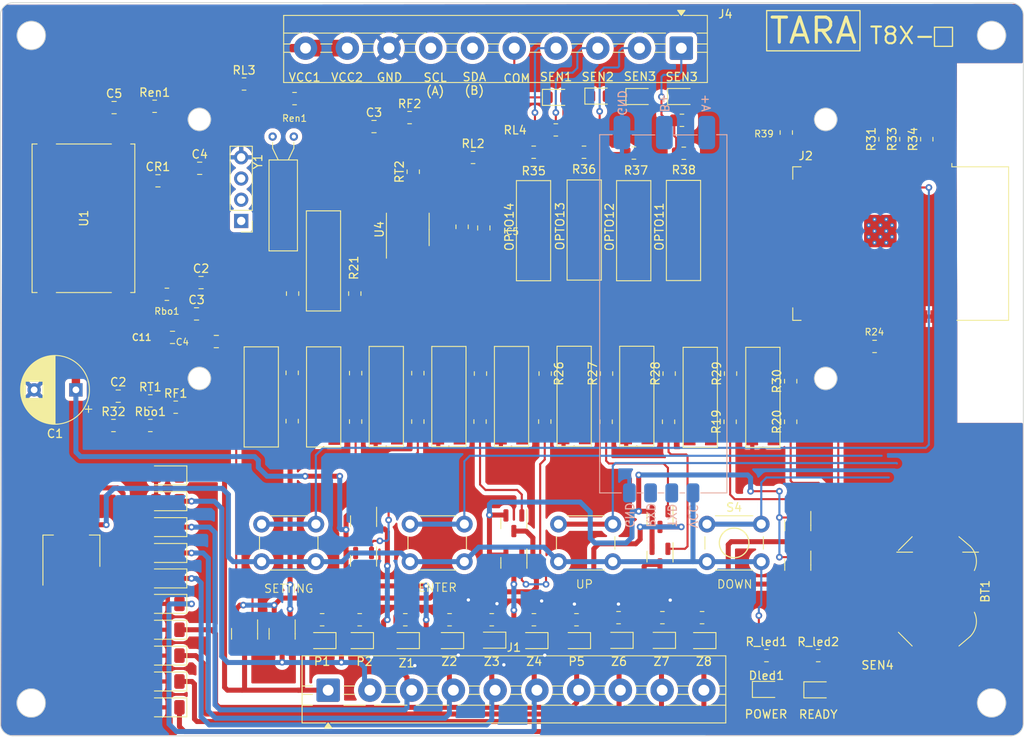
<source format=kicad_pcb>
(kicad_pcb (version 20241229) (generator "pcbnew") (generator_version "9.0")
  (layers (0 "F.Cu" signal) (2 "B.Cu" signal) (13 "F.Paste" user) (15 "B.Paste" user) (5 "F.SilkS" user "F.Silkscreen") (7 "B.SilkS" user "B.Silkscreen") (1 "F.Mask" user) (3 "B.Mask" user) (25 "Edge.Cuts" user))
  (net 0 "")
  (net 1 "GND")
  (net 2 "Net-(BT1-+)")
  (net 3 "Net-(D1-K)")
  (net 4 "Net-(D2-K)")
  (net 5 "Net-(D3-K)")
  (net 6 "Net-(D4-K)")
  (net 7 "Net-(D5-K)")
  (net 8 "Net-(D6-K)")
  (net 9 "/5V")
  (net 10 "Net-(J5-Pad3)")
  (net 11 "Net-(OPTO1-Pad1)")
  (net 12 "Net-(OPTO1-Pad4)")
  (net 13 "Net-(OPTO2-Pad1)")
  (net 14 "Net-(OPTO2-Pad4)")
  (net 15 "Net-(OPTO3-Pad1)")
  (net 16 "Net-(OPTO3-Pad4)")
  (net 17 "Net-(OPTO4-Pad1)")
  (net 18 "Net-(OPTO4-Pad4)")
  (net 19 "Net-(OPTO5-Pad1)")
  (net 20 "Net-(OPTO5-Pad4)")
  (net 21 "Net-(OPTO6-Pad1)")
  (net 22 "Net-(OPTO6-Pad4)")
  (net 23 "Net-(OPTO7-Pad1)")
  (net 24 "Net-(OPTO7-Pad4)")
  (net 25 "Net-(OPTO8-Pad1)")
  (net 26 "Net-(OPTO8-Pad4)")
  (net 27 "Net-(OPTO9-Pad1)")
  (net 28 "Net-(OPTO9-Pad4)")
  (net 29 "Net-(D7-K)")
  (net 30 "Net-(J3-Pad6)")
  (net 31 "Net-(D8-K)")
  (net 32 "/3V3")
  (net 33 "Net-(D9-K)")
  (net 34 "/EN")
  (net 35 "Net-(D10-K)")
  (net 36 "Net-(Dled1-A)")
  (net 37 "Net-(Dled2-A)")
  (net 38 "Net-(J2-IO32)")
  (net 39 "Net-(J2-IO12)")
  (net 40 "Net-(J2-IO19)")
  (net 41 "Net-(J2-IO21)")
  (net 42 "Net-(J2-IO2)")
  (net 45 "/VCC")
  (net 46 "Net-(J2-IO34)")
  (net 47 "Net-(LED9-Pad1)")
  (net 48 "/GPIO16")
  (net 49 "/GPIO17")
  (net 50 "/A")
  (net 51 "/B")
  (net 52 "Net-(OPTO10-Pad1)")
  (net 53 "Net-(OPTO11-Pad1)")
  (net 54 "Net-(OPTO12-Pad1)")
  (net 55 "Net-(OPTO13-Pad1)")
  (net 56 "Net-(J2-IO27)")
  (net 57 "Net-(LED13-Pad2)")
  (net 58 "/BOOT")
  (net 60 "Net-(J2-IO23)")
  (net 61 "Net-(J2-IO26)")
  (net 62 "Net-(J2-IO18)")
  (net 65 "Net-(J2-IO22)")
  (net 67 "Net-(J2-IO35)")
  (net 68 "Net-(J2-IO13)")
  (net 69 "Net-(J2-SENSOR_VN)")
  (net 70 "Net-(J2-IO33)")
  (net 71 "Net-(J2-IO14)")
  (net 72 "Net-(Q10-B)")
  (net 73 "Net-(J2-SENSOR_VP)")
  (net 75 "Net-(J2-IO15)")
  (net 76 "Net-(J2-IO25)")
  (net 78 "Net-(J2-IO5)")
  (net 80 "Net-(J4-Pin_5)")
  (net 81 "Net-(J4-Pin_1)")
  (net 82 "Net-(J4-Pin_2)")
  (net 83 "Net-(J4-Pin_3)")
  (net 84 "Net-(J4-Pin_4)")
  (net 85 "Net-(LED1-K)")
  (net 86 "Net-(LED2-K)")
  (net 87 "Net-(LED3-K)")
  (net 88 "Net-(LED4-K)")
  (net 89 "Net-(LED5-K)")
  (net 90 "Net-(LED6-K)")
  (net 91 "Net-(LED7-K)")
  (net 92 "Net-(LED8-K)")
  (net 93 "Net-(LED9-K)")
  (net 94 "Net-(LED10-K)")
  (net 95 "Net-(OPTO10-Pad4)")
  (net 96 "Net-(OPTO14-Pad1)")
  (net 97 "Net-(LED11-A)")
  (net 98 "Net-(LED12-A)")
  (net 99 "Net-(LED13-A)")
  (net 100 "Net-(LED14-A)")
  (net 101 "Net-(Q1-B)")
  (net 102 "Net-(Q2-B)")
  (net 103 "Net-(Q3-B)")
  (net 104 "Net-(Q4-B)")
  (net 105 "Net-(Q5-B)")
  (net 106 "Net-(Q6-B)")
  (net 107 "Net-(Q7-B)")
  (net 108 "Net-(Q8-B)")
  (net 109 "Net-(Q9-B)")
  (net 111 "Net-(U4-X2)")
  (net 112 "Net-(U4-X1)")
  (net 113 "/IO04")
  (footprint "LED_SMD:LED_0805_2012Metric" (layer "F.Cu") (at 143.4 126.45 180)
    (property "Reference" "LED5" (hide yes))
    (property "Value" "LED" (hide yes))
  )
  (footprint "Package_TO_SOT_SMD:SOT-23" (layer "F.Cu") (at 118.3 125.6875 -90)
    (property "Reference" "Q2" (hide yes))
    (property "Value" "2N5401" (hide yes))
  )
  (footprint "Button_Switch_THT:SW_PUSH_6mm_H5mm" (layer "F.Cu") (at 133.61766 112.54246)
    (property "Reference" "S2" (hide yes))
    (property "Value" "SW_Push" (hide yes))
  )
  (footprint "Resistor_SMD:R_0805_2012Metric" (layer "F.Cu") (at 127.1 94.45 -90)
    (property "Reference" "R23" (hide yes))
    (property "Value" "560" (hide yes))
  )
  (footprint "Resistor_SMD:R_0805_2012Metric" (layer "F.Cu") (at 178.675 65.6125 -90)
    (property "Reference" "R39")
    (property "Value" "560" (hide yes))
  )
  (footprint "Resistor_SMD:R_0805_2012Metric" (layer "F.Cu") (at 149.8 94.5 -90)
    (property "Reference" "R26")
    (property "Value" "560")
  )
  (footprint "Resistor_SMD:R_0805_2012Metric" (layer "F.Cu") (at 157.1 100.275 90)
    (property "Reference" "R17" (hide yes))
    (property "Value" "560" (hide yes))
  )
  (footprint "Resistor_SMD:R_0805_2012Metric" (layer "F.Cu") (at 153.55 124)
    (property "Reference" "R7" (hide yes))
    (property "Value" "560" (hide yes))
  )
  (footprint "LED_SMD:LED_0805_2012Metric" (layer "F.Cu") (at 156.2375 61.25)
    (property "Reference" "LED12" (hide yes))
    (property "Value" "LED" (hide yes))
  )
  (footprint "Resistor_SMD:R_0805_2012Metric" (layer "F.Cu") (at 154.45 67.975)
    (property "Reference" "R36")
    (property "Value" "10K")
  )
  (footprint "Diode_SMD:D_1206_3216Metric" (layer "F.Cu") (at 104.6 112.9 180)
    (property "Reference" "D3" (hide yes))
    (property "Value" "1N4007" (hide yes))
  )
  (footprint "Resistor_SMD:R_0805_2012Metric" (layer "F.Cu") (at 163.8375 123.75)
    (property "Reference" "R9" (hide yes))
    (property "Value" "560" (hide yes))
  )
  (footprint "Package_TO_SOT_SMD:SOT-23" (layer "F.Cu") (at 146.05 112.4375 -90)
    (property "Reference" "Q5" (hide yes))
    (property "Value" "2N5401" (hide yes))
  )
  (footprint "Resistor_SMD:R_0805_2012Metric" (layer "F.Cu") (at 123.0875 124)
    (property "Reference" "R1" (hide yes))
    (property "Value" "560" (hide yes))
  )
  (footprint "Package_TO_SOT_SMD:SOT-23" (layer "F.Cu") (at 180.05 112.6875 -90)
    (property "Reference" "Q9" (hide yes))
    (property "Value" "2N5401" (hide yes))
  )
  (footprint "Resistor_SMD:R_0805_2012Metric" (layer "F.Cu") (at 193 66.4125 90)
    (property "Reference" "R33")
    (property "Value" "10K")
  )
  (footprint "Package_TO_SOT_SMD:SOT-23" (layer "F.Cu") (at 113.8 125.6875 -90)
    (property "Reference" "Q1" (hide yes))
    (property "Value" "2N5401" (hide yes))
  )
  (footprint "my_footprint:SO-4_7.6x3.6mm_P2.54mm_1234" (layer "F.Cu") (at 175.87 97.35 -90)
    (property "Reference" "OPTO10" (hide yes))
    (property "Value" "PC817" (hide yes))
  )
  (footprint "Diode_SMD:D_1206_3216Metric" (layer "F.Cu") (at 104.6 116 180)
    (property "Reference" "D4" (hide yes))
    (property "Value" "1N4007" (hide yes))
  )
  (footprint "my_footprint:SO-4_7.6x3.6mm_P2.54mm_1234" (layer "F.Cu") (at 168.37 97.35 -90)
    (property "Reference" "OPTO9" (hide yes))
    (property "Value" "PC817" (hide yes))
  )
  (footprint "my_footprint:SO-4_7.6x3.6mm_P2.54mm_1234" (layer "F.Cu") (at 138.27 97.25 -90)
    (property "Reference" "OPTO5" (hide yes))
    (property "Value" "PC817" (hide yes))
  )
  (footprint "Package_TO_SOT_SMD:SOT-23" (layer "F.Cu") (at 128.05 116.9375 -90)
    (property "Reference" "Q4" (hide yes))
    (property "Value" "2N5401" (hide yes))
  )
  (footprint "my_footprint:DCDC5V" (layer "F.Cu") (at 94.555 75.89 -90)
    (property "Reference" "U1")
    (property "Value" "CN3903" (hide yes))
  )
  (footprint "Package_TO_SOT_SMD:SOT-23" (layer "F.Cu") (at 180.05 117.4375 -90)
    (property "Reference" "Q10" (hide yes))
    (property "Value" "2N5401" (hide yes))
  )
  (footprint "Resistor_SMD:R_0805_2012Metric" (layer "F.Cu") (at 102.5125 97.775)
    (property "Reference" "RT1")
    (property "Value" "3.3K")
  )
  (footprint "Diode_SMD:D_1206_3216Metric" (layer "F.Cu") (at 104.6 134.5 180)
    (property "Reference" "D10" (hide yes))
    (property "Value" "1N4007" (hide yes))
  )
  (footprint "Diode_SMD:D_1206_3216Metric" (layer "F.Cu") (at 104.6 106.7 180)
    (property "Reference" "D1" (hide yes))
    (property "Value" "1N4148" (hide yes))
  )
  (footprint "Crystal:Crystal_AT310_D3.0mm_L10.0mm_Horizontal" (layer "F.Cu") (at 117.16 66.1)
    (property "Reference" "Y1")
    (property "Value" "Crystal_Small")
  )
  (footprint "RF_Module:ESP32-S3-WROOM-1" (layer "F.Cu") (at 192.4 78.92 -90)
    (property "Reference" "J2")
    (property "Value" "ESP32-WROOM-32U")
  )
  (footprint "LED_SMD:LED_0805_2012Metric" (layer "F.Cu") (at 176.3 132.35)
    (property "Reference" "Dled1")
    (property "Value" "LED")
  )
  (footprint "Resistor_SMD:R_0805_2012Metric" (layer "F.Cu") (at 142.05 94.5 90)
    (property "Reference" "R25" (hide yes))
    (property "Value" "560" (hide yes))
  )
  (footprint "Resistor_SMD:R_0805_2012Metric" (layer "F.Cu") (at 134.55 100.25 90)
    (property "Reference" "R14" (hide yes))
    (property "Value" "560" (hide yes))
  )
  (footprint "my_footprint:SO-4_7.6x3.6mm_P2.54mm_1234" (layer "F.Cu") (at 123.27 97.3 -90)
    (property "Reference" "OPTO3" (hide yes))
    (property "Value" "PC817" (hide yes))
  )
  (footprint "Resistor_SMD:R_0805_2012Metric" (layer "F.Cu") (at 195.5 66.4125 90)
    (property "Reference" "R34")
    (property "Value" "10K")
  )
  (footprint "Resistor_SMD:R_0805_2012Metric" (layer "F.Cu") (at 164.65 94.5 90)
    (property "Reference" "R28")
    (property "Value" "560")
  )
  (footprint "Resistor_SMD:R_0805_2012Metric" (layer "F.Cu") (at 182.5 128.3)
    (property "Reference" "R_led2")
    (property "Value" "560")
  )
  (footprint "my_footprint:SO-4_7.6x3.6mm_P2.54mm_1234" (layer "F.Cu") (at 153.27 97.225 -90)
    (property "Reference" "OPTO7" (hide yes))
    (property "Value" "PC817" (hide yes))
  )
  (footprint "my_footprint:SO-4_7.6x3.6mm_P2.54mm_1234" (layer "F.Cu") (at 115.8 97.3 -90)
    (property "Reference" "OPTO2" (hide yes))
    (property "Value" "PC817" (hide yes))
  )
  (footprint "Resistor_SMD:R_0805_2012Metric" (layer "F.Cu") (at 148.425 67.975)
    (property "Reference" "R35")
    (property "Value" "10K")
  )
  (footprint "Package_TO_SOT_SMD:SOT-23" (layer "F.Cu") (at 163.55 111.9375 -90)
    (property "Reference" "Q7" (hide yes))
    (property "Value" "2N5401" (hide yes))
  )
  (footprint "Button_Switch_THT:SW_PUSH_6mm_H5mm" (layer "F.Cu") (at 169.17766 112.54246)
    (property "Reference" "S4")
    (property "Value" "SW_Push")
  )
  (footprint "Resistor_SMD:R_0805_2012Metric" (layer "F.Cu") (at 127 84.9125 -90)
    (property "Reference" "R21")
    (property "Value" "560")
  )
  (footprint "Resistor_SMD:R_0805_2012Metric" (layer "F.Cu") (at 190.5 66.4125 90)
    (property "Reference" "R31")
    (property "Value" "10K")
  )
  (footprint "Resistor_SMD:R_0805_2012Metric" (layer "F.Cu") (at 127.5875 124)
    (property "Reference" "R2" (hide yes))
    (property "Value" "560" (hide yes))
  )
  (footprint "Resistor_SMD:R_0805_2012Metric" (layer "F.Cu") (at 157.15 94.5 90)
    (property "Reference" "R27")
    (property "Value" "560")
  )
  (footprint "Connector_PinHeader_2.54mm:PinHeader_1x04_P2.54mm_Vertical" (layer "F.Cu") (at 113.395845 76.207645 180)
    (property "Reference" "J3" (hide yes))
    (property "Value" "Conn_01x04_MountingPin" (hide yes))
  )
  (footprint "LED_SMD:LED_0805_2012Metric" (layer "F.Cu") (at 123.0625 126.5 180)
    (property "Reference" "LED1" (hide yes))
    (property "Value" "LED" (hide yes))
  )
  (footprint "Capacitor_SMD:C_0805_2012Metric" (layer "F.Cu") (at 108.05 87.35)
    (property "Reference" "C3")
    (property "Value" "10uf/50v")
  )
  (footprint "LED_SMD:LED_0805_2012Metric" (layer "F.Cu") (at 153.55 126.5 180)
    (property "Reference" "LED7" (hide yes))
    (property "Value" "LED")
  )
  (footprint "Resistor_SMD:R_0805_2012Metric" (layer "F.Cu") (at 134 70.3125 90)
    (property "Reference" "RT2")
    (property "Value" "3.3K")
  )
  (footprint "my_footprint:SO-4_7.6x3.6mm_P2.54mm_1234" (layer "F.Cu") (at 145.77 97.25 -90)
    (property "Reference" "OPTO6" (hide yes))
    (property "Value" "PC817" (hide yes))
  )
  (footprint "LED_SMD:LED_0805_2012Metric" (layer "F.Cu") (at 161.15 61.3)
    (property "Reference" "LED13" (hide yes))
    (property "Value" "LED" (hide yes))
  )
  (footprint "Button_Switch_THT:SW_PUSH_6mm_H5mm" (layer "F.Cu") (at 151.39766 112.54246)
    (property "Reference" "S3" (hide yes))
    (property "Value" "SW_Push" (hide yes))
  )
  (footprint "LED_SMD:LED_0805_2012Metric" (layer "F.Cu") (at 151.15 61.4)
    (property "Reference" "LED14" (hide yes))
    (property "Value" "LED" (hide yes))
  )
  (footprint "Resistor_SMD:R_0805_2012Metric" (layer "F.Cu") (at 179.2 100.275 90)
    (property "Reference" "R20")
    (property "Value" "560")
  )
  (footprint "Resistor_SMD:R_0805_2012Metric" (layer "F.Cu") (at 158.5875 123.75)
    (property "Reference" "R8" (hide yes))
    (property "Value" "560" (hide yes))
  )
  (footprint "Resistor_SMD:R_0805_2012Metric" (layer "F.Cu") (at 98.1025 100.725)
    (property "Reference" "R32")
    (property "Value" "10K")
  )
  (footprint "Resistor_SMD:R_0805_2012Metric" (layer "F.Cu") (at 134.55 94.45 90)
    (property "Reference" "R24" (hide yes))
    (property "Value" "560" (hide yes))
  )
  (footprint "Resistor_SMD:R_0805_2012Metric" (layer "F.Cu") (at 103.03 62.47)
    (property "Reference" "Ren1")
    (property "Value" "560")
  )
  (footprint "Diode_SMD:D_1206_3216Metric" (layer "F.Cu") (at 104.6 125.2 180)
    (property "Reference" "D7" (hide yes))
    (property "Value" "1N4007" (hide yes))
  )
  (footprint "TerminalBlock:TerminalBlock_MaiXu_MX126-5.0-10P_1x10_P5.00mm" (layer "F.Cu") (at 166.1 55.5 180)
    (property "Reference" "J4")
    (property "Value" "Screw_Terminal_01x10")
  )
  (footprint "Diode_SMD:D_1206_3216Metric" (layer "F.Cu") (at 104.6 131.4 180)
    (property "Reference" "D9" (hide yes))
    (property "Value" "1N4007" (hide yes))
  )
  (footprint "my_footprint:SO-4_7.6x3.6mm_P2.54mm_1234" (layer "F.Cu") (at 166.3638 77.35 -90)
    (property "Reference" "OPTO11")
    (property "Value" "PC817" (hide yes))
  )
  (footprint "Package_TO_SOT_SMD:SOT-23" (layer "F.Cu") (at 128.05 112.1875 -90)
    (property "Reference" "Q3" (hide yes))
    (property "Value" "2N5401" (hide yes))
  )
  (footprint "Capacitor_SMD:C_0805_2012Metric" (layer "F.Cu") (at 110.418 90.663 180)
    (property "Reference" "C4")
    (property "Value" "100nF" (hide yes))
  )
  (footprint "Resistor_SMD:R_0805_2012Metric" (layer "F.Cu") (at 176.3 128.3)
    (property "Reference" "R_led1")
    (property "Value" "560")
  )
  (footprint "LED_SMD:LED_0805_2012Metric" (layer "F.Cu") (at 182.4625 132.4)
    (property "Reference" "Dled2" (hide yes))
    (property "Value" "LED" (hide yes))
  )
  (footprint "Resistor_SMD:R_0805_2012Metric" (layer "F.Cu") (at 166.175 64.15 180)
    (property "Reference" "RL1" (hide yes))
    (property "Value" "560" (hide yes))
  )
  (footprint "Battery:BatteryHolder_LINX_BAT-HLD-012-SMT" (layer "F.Cu") (at 196.8 120.3)
    (property "Reference" "BT1")
    (property "Value" "3V")
  )
  (footprint "LED_SMD:LED_0805_2012Metric" (layer "F.Cu") (at 163.72766 126.47446 180)
    (property "Reference" "LED9" (hide yes))
    (property "Value" "LED")
  )
  (footprint "Resistor_SMD:R_0805_2012Metric" (layer "F.Cu") (at 119.7875 61.55)
    (property "Reference" "Ren1")
    (property "Value" "560" (hide yes))
  )
  (footprint "Capacitor_THT:CP_Radial_D8.0mm_P5.00mm" (layer "F.Cu") (at 93.6 96.45 180)
    (property "Reference" "C1")
    (property "Value" "220uf/35V")
  )
  (footprint "Resistor_SMD:R_0805_2012Metric" (layer "F.Cu") (at 189.25 91.25)
    (property "Reference" "R24")
    (property "Value" "10K" (hide yes))
  )
  (footprint "Diode_SMD:D_1206_3216Metric" (layer "F.Cu") (at 104.6 122.1 180)
    (property "Reference" "D6" (hide yes))
    (property "Value" "1N4007" (hide yes))
  )
  (footprint "LED_SMD:LED_0805_2012Metric" (layer "F.Cu") (at 148.45 126.5 180)
    (property "Reference" "LED6" (hide yes))
    (property "Value" "LED" (hide yes))
  )
  (footprint "Resistor_SMD:R_0805_2012Metric" (layer "F.Cu") (at 139.85 76.9125 -90)
    (property "Reference" "RL3" (hide yes))
    (property "Value" "560" (hide yes))
  )
  (footprint "Package_TO_SOT_SMD:SOT-23" (layer "F.Cu") (at 146.05 117.1875 -90)
    (property "Reference" "Q6" (hide yes))
    (property "Value" "2N5401" (hide yes))
  )
  (footprint "Resistor_SMD:R_0805_2012Metric" (layer "F.Cu") (at 102.5125 100.725)
    (property "Reference" "Rbo1")
    (property "Value" "10K")
  )
  (footprint "Capacitor_SMD:C_0805_2012Metric" (layer "F.Cu") (at 98.175 62.625)
    (property "Reference" "C5")
    (property "Value" "100nF")
  )
  (footprint "Capacitor_SMD:C_0805_2012Metric" (layer "F.Cu") (at 108.425 69.9)
    (property "Reference" "C4")
    (property "Value" "100nF")
  )
  (footprint "Resistor_SMD:R_0805_2012Metric" (layer "F.Cu") (at 133.5625 63.825)
    (property "Reference" "RF2")
    (property "Value" "0")
  )
  (footprint "Package_TO_SOT_SMD:SOT-23" (layer "F.Cu") (at 163.55 116.4375 -90)
    (property "Reference" "Q8" (hide yes))
    (property "Value" "2N5401" (hide yes))
  )
  (footprint "Resistor_SMD:R_0805_2012Metric" (layer "F.Cu") (at 127.1 100.25 90)
    (property "Reference" "R13" (hide yes))
    (property "Value" "560" (hide yes))
  )
  (footprint "Resistor_SMD:R_0805_2012Metric" (layer "F.Cu") (at 133.05 124)
    (property "Reference" "R3" (hide yes))
    (property "Value" "560" (hide yes))
  )
  (footprint "LED_SMD:LED_0805_2012Metric" (layer "F.Cu") (at 138.35 126.5 180)
    (property "Reference" "LED4" (hide yes))
    (property "Value" "LED" (hide yes))
  )
  (footprint "Capacitor_SMD:C_0805_2012Metric" (layer "F.Cu") (at 142.45 77.05 -90)
    (property "Reference" "C5")
    (property "Value" "100nF" (hide yes))
  )
  (footprint "TerminalBlock:TerminalBlock_MaiXu_MX126-5.0-10P_1x10_P5.00mm" (layer "F.Cu") (at 123.80766 132.44246)
    (property "Reference" "J1")
    (property "Value" "Screw_Terminal_01x10")
  )
  (footprint "Resistor_SMD:R_0805_2012Metric" (layer "F.Cu") (at 141.1625 68.6)
    (property "Reference" "RL2")
    (property "Value" "560")
  )
  (footprint "LED_SMD:LED_0805_2012Metric" (layer "F.Cu") (at 168.5625 126.5 180)
    (property "Reference" "LED10" (hide yes))
    (property "Value" "LED")
  )
  (footprint "Resistor_SMD:R_0805_2012Metric" (layer "F.Cu") (at 138.35 124)
    (property "Reference" "R4" (hide yes))
    (property "Value" "560" (hide yes))
  )
  (footprint "Resistor_SMD:R_0805_2012Metric" (layer "F.Cu") (at 164.575 100.275 90)
    (property "Reference" "R18" (hide yes))
    (property "Value" "560" (hide yes))
  )
  (footprint "Diode_SMD:D_1206_3216Metric" (layer "F.Cu") (at 104.6 119.05 180)
    (property "Reference" "D5" (hide yes))
    (property "Value" "1N4007" (hide yes))
  )
  (footprint "Resistor_SMD:R_0805_2012Metric" (layer "F.Cu") (at 149.75 100.25 90)
    (property "Reference" "R16" (hide yes))
    (property "Value" "560" (hide yes))
  )
  (footprint "Resistor_SMD:R_0805_2012Metric" (layer "F.Cu") (at 160.425 68.075 180)
    (property "Reference" "R37")
    (property "Value" "10K")
  )
  (footprint "my_footprint:SO-4_7.6x3.6mm_P2.54mm_1234" (layer "F.Cu") (at 148.405 77.375 -90)
    (property "Reference" "OPTO14")
    (property "Value" "PC817" (hide yes))
  )
  (footprint "Button_Switch_THT:SW_PUSH_6mm_H5mm" (layer "F.Cu") (at 115.83766 112.54246)
    (property "Reference" "S1" (hide yes))
    (property "Value" "SW_Push" (hide yes))
  )
  (footprint "Resistor_SMD:R_0805_2012Metric" (layer "F.Cu") (at 179.2 95.4125 90)
    (property "Reference" "R30")
    (property "Value" "560")
  )
  (footprint "Resistor_SMD:R_0805_2012Metric" (layer "F.Cu") (at 166.4 68.1 180)
    (property "Reference" "R38")
    (property "Value" "10K")
  )
  (footprint "my_footprint:SO-4_7.6x3.6mm_P2.54mm_1234" (layer "F.Cu") (at 130.77 97.25 -90)
    (property "Reference" "OPTO4" (hide yes))
    (property "Value" "PC817" (hide yes))
  )
  (footprint "Diode_SMD:D_1206_3216Metric" (layer "F.Cu") (at 104.6 109.8 180)
    (property "Reference" "D2" (hide yes))
    (property "Value" "1N4148" (hide yes))
  )
  (footprint "LED_SMD:LED_0805_2012Metric" (layer "F.Cu") (at 166.15 61.3)
    (property "Reference" "LED11" (hide yes))
    (property "Value" "LED" (hide yes))
  )
  (footprint "LED_SMD:LED_0805_2012Metric" (layer "F.Cu") (at 158.64766 126.47446 180)
    (property "Reference" "LED8" (hide yes))
    (property "Value" "LED")
  )
  (footprint "Resistor_SMD:R_0805_2012Metric" (layer "F.Cu") (at 168.5875 123.75)
    (property "Reference" "R10" (hide yes))
    (property "Value" "560" (hide yes))
  )
  (footprint "Resistor_SMD:R_0805_2012Metric" (layer "F.Cu") (at 151.075 65.3)
    (property "Reference" "RL4")
    (property "Value" "560")
  )
  (footprint "Diode_SMD:D_1206_3216Metric" (layer "F.Cu") (at 104.6 128.3 180)
    (property "Reference" "D8" (hide yes))
    (property "Value" "1N4007" (hide yes))
  )
  (footprint "my_footprint:SO-4_7.6x3.6mm_P2.54mm_1234" (layer "F.Cu") (at 154.475 77.3 -90)
    (property "Reference" "OPTO13")
    (property "Value" "PC817" (hide yes))
  )
  (footprint "Resistor_SMD:R_0805_2012Metric" (layer "F.Cu") (at 119.5 100.2 90)
    (property "Reference" "R12" (hide yes))
    (property "Value" "560" (hide yes))
  )
  (footprint "Resistor_SMD:R_0805_2012Metric" (layer "F.Cu") (at 142 100.25 90)
    (property "Reference" "R15" (hide yes))
    (property "Value" "560" (hide yes))
  )
  (footprint "Resistor_SMD:R_0805_2012Metric" (layer "F.Cu") (at 104.5 85 180)
    (property "Reference" "Rbo1")
    (property "Value" "10K" (hide yes))
  )
  (footprint "Resistor_SMD:R_0805_2012Metric" (layer "F.Cu") (at 171.95 100.275 90)
    (property "Reference" "R19")
    (property "Value" "560")
  )
  (footprint "LED_SMD:LED_0805_2012Metric" (layer "F.Cu") (at 133.05 126.5 180)
    (property "Reference" "LED3" (hide yes))
    (property "Value" "LED" (hide yes))
  )
  (footprint "Capacitor_SMD:C_0805_2012Metric" (layer "F.Cu") (at 108.59 83.6)
    (property "Reference" "C2")
    (property "Value" "100uf/16V" (hide yes))
  )
  (footprint "my_footprint:SO-4_7.6x3.6mm_P2.54mm_1234" (layer "F.Cu") (at 160.4 77.375 -90)
    (property "Reference" "OPTO12")
    (property "Value" "PC817" (hide yes))
  )
  (footprint "Package_SO:SOIC-8-1EP_3.9x4.9mm_P1.27mm_EP2.29x3mm" (layer "F.Cu") (at 133.345 77.225 90)
    (property "Reference" "U4")
    (property "Value" "DS1307+")
  )
  (footprint "Resistor_SMD:R_0805_2012Metric" (layer "F.Cu") (at 113.7375 59.8)
    (property "Reference" "RL3")
    (property "Value" "560")
  )
  (footprint "Resistor_SMD:R_0805_2012Metric" (layer "F.Cu") (at 143.4 124)
    (property "Reference" "R5" (hide yes))
    (property "Value" "560" (hide yes))
  )
  (footprint "Capacitor_SMD:C_0805_2012Metric" (layer "F.Cu") (at 105.168 90.163 180)
    (property "Reference" "C11")
    (property "Value" "10uf/50v" (hide yes))
  )
  (footprint "Capacitor_SMD:C_0805_2012Metric" (layer "F.Cu") (at 103.425 71.4)
    (property "Reference" "CR1")
    (property "Value" "100nF")
  )
  (footprint "Capacitor_SMD:C_0805_2012Metric" (layer "F.Cu") (at 98.6675 97.205)
    (property "Reference" "C2")
    (property "Value" "100uf/16V")
  )
  (footprint "my_footprint:SO-4_7.6x3.6mm_P2.54mm_1234" (layer "F.Cu") (at 160.77 97.225 -90)
    (property "Reference" "OPTO8" (hide yes))
    (property "Value" "PC817" (hide yes))
  )
  (footprint "Package_TO_SOT_SMD:SOT-223-3_TabPin2" (layer "F.Cu") (at 93.06 115.76 90)
    (property "Reference" "U2" (hide yes))
    (property "Value" "LM1117-3.3" (hide yes))
  )
  (footprint "Resistor_SMD:R_0805_2012Metric" (layer "F.Cu") (at 119.5 94.4125 90)
    (property "Reference" "R22" (hide yes))
    (property "Value" "560" (hide yes))
  )
  (footprint "Resistor_SMD:R_0805_2012Metric" (layer "F.Cu") (at 119.55 84.9125 90)
    (property "Reference" "R11" (hide yes))
    (property "Value" "560" (hide yes))
  )
  (footprint "Resistor_SMD:R_0805_2012Metric" (layer "F.Cu") (at 172 94.5 90)
    (property "Reference" "R29")
    (property "Value" "560")
  )
  (footprint "LED_SMD:LED_0805_2012Metric" (layer "F.Cu") (at 127.55 126.5 180)
    (property "Reference" "LED2" (hide yes))
    (property "Value" "LED" (hide yes))
  )
  (footprint "Capacitor_SMD:C_0805_2012Metric" (layer "F.Cu") (at 129.3 64.9)
    (property "Reference" "C3")
    (property "Value" "100nF" (hide yes))
  )
  (footprint "Resistor_SMD:R_0805_2012Metric" (layer "F.Cu") (at 105.555 98.53)
    (property "Reference" "RF1")
    (property "Value" "0")
  )
  (footprint "my_footprint:SO-4_7.6x3.6mm_P2.54mm_1234" (layer "F.Cu") (at 123.25 81 -90)
    (property "Reference" "OPTO1" (hide yes))
    (property "Value" "PC817" (hide yes))
  )
  (footprint "Resistor_SMD:R_0805_2012Metric" (layer "F.Cu") (at 148.45 124 180)
    (property "Reference" "R6" (hide yes))
    (property "Value" "560" (hide yes))
  )
  (footprint "my_footprint:RS485-TTL" (layer "B.Cu") (at 164.325 86.702 180)
    (property "Reference" "U3" (hide yes))
    (property "Value" "TTL_RS485_Module" (hide yes))
  )
  (gr_rect (start 196.4205 53) (end 198.5795 55.286) (stroke (width 0.15)) (fill no) (layer "F.SilkS"))
  (gr_rect (start 176.324 51) (end 187.5 55.826) (stroke (width 0.15)) (fill no) (layer "F.SilkS"))
  (gr_circle (center 172.42766 114.79246) (end 174.20266 114.79046) (stroke (width 0.15)) (fill no) (layer "F.SilkS"))
  (gr_circle (center 203.259664 133.96626) (end 204.959664 133.96626) (stroke (width 0.1)) (fill no) (layer "Edge.Cuts"))
  (gr_line (start 84.56066 136.41066) (end 84.56066 51.56066) (stroke (width 0.1)) (layer "Edge.Cuts"))
  (gr_line (start 207.06 136.41) (end 207.06 51.57) (stroke (width 0.1)) (layer "Edge.Cuts"))
  (gr_circle (center 88.248464 133.98126) (end 89.948464 133.98126) (stroke (width 0.1)) (fill no) (layer "Edge.Cuts"))
  (gr_circle (center 203.259664 53.98166) (end 204.959664 53.98166) (stroke (width 0.1)) (fill no) (layer "Edge.Cuts"))
  (gr_arc (start 86.06066 137.91066) (mid 85 137.47132) (end 84.56066 136.41066) (stroke (width 0.1)) (layer "Edge.Cuts"))
  (gr_line (start 86.06066 50.06066) (end 205.56066 50.06066) (stroke (width 0.1)) (layer "Edge.Cuts"))
  (gr_arc (start 205.56066 50.06066) (mid 206.62132 50.5) (end 207.06066 51.56066) (stroke (width 0.1)) (layer "Edge.Cuts"))
  (gr_circle (center 108.39106 95.08126) (end 109.74106 95.08126) (stroke (width 0.1)) (fill no) (layer "Edge.Cuts"))
  (gr_circle (center 183.39106 64.04306) (end 184.74106 64.04306) (stroke (width 0.1)) (fill no) (layer "Edge.Cuts"))
  (gr_circle (center 108.39106 64.04306) (end 109.74106 64.04306) (stroke (width 0.1)) (fill no) (layer "Edge.Cuts"))
  (gr_circle (center 183.39106 95.08126) (end 184.74106 95.08126) (stroke (width 0.1)) (fill no) (layer "Edge.Cuts"))
  (gr_arc (start 207.06066 136.41066) (mid 206.62132 137.47132) (end 205.56066 137.91066) (stroke (width 0.1)) (layer "Edge.Cuts"))
  (gr_circle (center 88.26066 53.98126) (end 89.96066 53.98126) (stroke (width 0.1)) (fill no) (layer "Edge.Cuts"))
  (gr_arc (start 84.56066 51.56066) (mid 85 50.5) (end 86.06066 50.06066) (stroke (width 0.1)) (layer "Edge.Cuts"))
  (gr_line (start 205.56066 137.91066) (end 86.06066 137.91066) (stroke (width 0.1)) (layer "Edge.Cuts"))
  (gr_text "UP" (at 154.5 119.75 0) (layer "F.SilkS") (effects (font (size 1 1) (thickness 0.12))))
  (gr_text "Z1" (at 133.2 129.2 0) (layer "F.SilkS") (effects (font (size 1 1))))
  (gr_text "VCC2" (at 126.08 59 0) (layer "F.SilkS") (effects (font (size 1 1))))
  (gr_text "ENTER" (at 136.906 120.142 0) (layer "F.SilkS") (effects (font (size 1 1) (thickness 0.12))))
  (gr_text "T8X-" (at 192.5795 54 0) (layer "F.SilkS") (effects (font (size 2 2) (thickness 0.25))))
  (gr_text "POWER" (at 176.24966 135.32446 0) (layer "F.SilkS") (effects (font (size 1 1))))
  (gr_text "P5\n" (at 153.56766 129.01446 0) (layer "F.SilkS") (effects (font (size 1 1))))
  (gr_text "Z2" (at 138.32766 129.01446 0) (layer "F.SilkS") (effects (font (size 1 1))))
  (gr_text "Z8" (at 168.80766 129.01446 0) (layer "F.SilkS") (effects (font (size 1 1))))
  (gr_text "TARA" (at 181.912 53.413 0) (layer "F.SilkS") (effects (font (size 3 3))))
  (gr_text "SEN1\n" (at 151.1 58.95 0) (layer "F.SilkS") (effects (font (size 1 1))))
  (gr_text "SDA\n(B)" (at 141.32 59.762 0) (layer "F.SilkS") (effects (font (size 1 1))))
  (gr_text "GND" (at 131.16 59 0) (layer "F.SilkS") (effects (font (size 1 1))))
  (gr_text "DOWN" (at 172.5 119.75 0) (layer "F.SilkS") (effects (font (size 1 1) (thickness 0.12))))
  (gr_text " SCL\n  (A) " (at 136.24 59.824 0) (layer "F.SilkS") (effects (font (size 1 1))))
  (gr_text "Z7" (at 163.72766 129.01446 0) (layer "F.SilkS") (effects (font (size 1 1))))
  (gr_text "SETTING" (at 119.08766 120.269 0) (layer "F.SilkS") (effects (font (size 1 1) (thickness 0.12))))
  (gr_text "Z6" (at 158.64766 129.01446 0) (layer "F.SilkS") (effects (font (size 1 1))))
  (gr_text "P2" (at 128.16766 129.01446 0) (layer "F.SilkS") (effects (font (size 1 1))))
  (gr_text "SEN2\n" (at 156.1 58.95 0) (layer "F.SilkS") (effects (font (size 1 1))))
  (gr_text "READY" (at 182.49966 135.34946 0) (layer "F.SilkS") (effects (font (size 1 1))))
  (gr_text "SEN4" (at 189.6 129.45 0) (layer "F.SilkS") (effects (font (size 1 1))))
  (gr_text "P1" (at 123.08766 129.01446 0) (layer "F.SilkS") (effects (font (size 1 1))))
  (gr_text "SEN3" (at 161.15 58.9 0) (layer "F.SilkS") (effects (font (size 1 1))))
  (gr_text "SEN3" (at 166.15 58.95 0) (layer "F.SilkS") (effects (font (size 1 1))))
  (gr_text "VCC1" (at 121 59 0) (layer "F.SilkS") (effects (font (size 1 1))))
  (gr_text "Z3" (at 143.40766 129.01446 0) (layer "F.SilkS") (effects (font (size 1 1))))
  (gr_text "COM" (at 146.4 59.127 0) (layer "F.SilkS") (effects (font (size 1 1))))
  (gr_text "Z4" (at 148.48766 129.01446 0) (layer "F.SilkS") (effects (font (size 1 1))))
  (via (at 158.575 122.125) (size 0.8) (drill 0.4) (layers "F.Cu" "B.Cu") (net 1))
  (via (at 144.025 122.075) (size 0.8) (drill 0.4) (layers "F.Cu" "B.Cu") (net 1))
  (via (at 144.85 129.4) (size 0.8) (drill 0.4) (layers "F.Cu" "B.Cu") (net 1))
  (via (at 149.75 128.25) (size 0.8) (drill 0.4) (layers "F.Cu" "B.Cu") (net 1))
  (via (at 149.375 121.75) (size 0.8) (drill 0.4) (layers "F.Cu" "B.Cu") (net 1))
  (via (at 164.775 121.65) (size 0.8) (drill 0.4) (layers "F.Cu" "B.Cu") (net 1))
  (via (at 139.4 128.25) (size 0.8) (drill 0.4) (layers "F.Cu" "B.Cu") (net 1))
  (via (at 153.3 122.125) (size 0.8) (drill 0.4) (layers "F.Cu" "B.Cu") (net 1))
  (via (at 129 128.48) (size 0.8) (drill 0.4) (layers "F.Cu" "B.Cu") (net 1))
  (via (at 134.19 129.5) (size 0.8) (drill 0.4) (layers "F.Cu" "B.Cu") (net 1))
  (via (at 140.6 121.625) (size 0.8) (drill 0.4) (layers "F.Cu" "B.Cu") (net 1))
  (segment (start 159.6 122.125) (end 160.075 121.65) (width 0.6) (layer "B.Cu") (net 1))
  (segment (start 144.85 128.65) (end 144.85 129.4) (width 0.6) (layer "B.Cu") (net 1))
  (segment (start 150.425 122.125) (end 153.3 122.125) (width 0.6) (layer "B.Cu") (net 1))
  (segment (start 153.3 122.125) (end 158.575 122.125) (width 0.6) (layer "B.Cu") (net 1))
  (segment (start 150.05 121.75) (end 150.35 122.05) (width 0.6) (layer "B.Cu") (net 1))
  (segment (start 160.075 121.65) (end 164.775 121.65) (width 0.6) (layer "B.Cu") (net 1))
  (segment (start 145.25 128.25) (end 149.75 128.25) (width 0.6) (layer "B.Cu") (net 1))
  (segment (start 134.19 128.96) (end 134.9 128.25) (width 0.6) (layer "B.Cu") (net 1))
  (segment (start 145.25 128.25) (end 144.85 128.65) (width 0.6) (layer "B.Cu") (net 1))
  (segment (start 149.375 121.75) (end 150.05 121.75) (width 0.6) (layer "B.Cu") (net 1))
  (segment (start 150.35 122.05) (end 150.425 122.125) (width 0.25) (layer "B.Cu") (net 1))
  (segment (start 158.575 122.125) (end 159.6 122.125) (width 0.6) (layer "B.Cu") (net 1))
  (segment (start 141.05 122.075) (end 140.6 121.625) (width 0.6) (layer "B.Cu") (net 1))
  (segment (start 134.19 129.5) (end 134.19 128.96) (width 0.6) (layer "B.Cu") (net 1))
  (segment (start 144.025 122.075) (end 141.05 122.075) (width 0.6) (layer "B.Cu") (net 1))
  (segment (start 134.9 128.25) (end 139.4 128.25) (width 0.6) (layer "B.Cu") (net 1))
  (segment (start 121.15 126.5) (end 122.125 126.5) (width 0.6) (layer "F.Cu") (net 3))
  (segment (start 113.8 126.625) (end 113.8 132.14246) (width 0.6) (layer "F.Cu") (net 3))
  (segment (start 111.75 132.44246) (end 111.40377 132.09623) (width 0.6) (layer "F.Cu") (net 3))
  (segment (start 120.75 126.9) (end 121.15 126.5) (width 0.6) (layer "F.Cu") (net 3))
  (segment (start 120.75 127.55) (end 120.75 132.44246) (width 0.6) (layer "F.Cu") (net 3))
  (segment (start 120.225 132.44246) (end 120.75 132.44246) (width 0.6) (layer "F.Cu") (net 3))
  (segment (start 120.75 127.55) (end 120.75 126.9) (width 0.6) (layer "F.Cu") (net 3))
  (segment (start 110.95 106.7) (end 106 106.7) (width 0.6) (layer "F.Cu") (net 3))
  (segment (start 113.5 132.44246) (end 120.225 132.44246) (width 0.6) (layer "F.Cu") (net 3))
  (segment (start 113.8 132.14246) (end 113.5 132.44246) (width 0.25) (layer "F.Cu") (net 3))
  (segment (start 113.5 132.44246) (end 111.75 132.44246) (width 0.6) (layer "F.Cu") (net 3))
  (segment (start 120.225 132.44246) (end 123.80766 132.44246) (width 0.6) (layer "F.Cu") (net 3))
  (segment (start 111.40377 107.15377) (end 110.95 106.7) (width 0.6) (layer "F.Cu") (net 3))
  (segment (start 111.40377 107.15377) (end 111.40377 132.09623) (width 0.6) (layer "F.Cu") (net 3))
  (segment (start 125.4 126.75) (end 125.65 126.5) (width 0.6) (layer "F.Cu") (net 4))
  (segment (start 118.5 129.125) (end 118.3 128.925) (width 0.25) (layer "F.Cu") (net 4))
  (segment (start 107.45 109.8) (end 106 109.8) (width 0.6) (layer "F.Cu") (net 4))
  (segment (start 118.3 126.625) (end 118.3 129.1) (width 0.6) (layer "F.Cu") (net 4))
  (segment (start 125.4 126.75) (end 125.4 129.1) (width 0.6) (layer "F.Cu") (net 4))
  (segment (start 126.6125 126.5) (end 125.65 126.5) (width 0.6) (layer "F.Cu") (net 4))
  (via (at 107.45 109.8) (size 0.8) (drill 0.4) (layers "F.Cu" "B.Cu") (net 4))
  (via (at 118.3 129.1) (size 0.8) (drill 0.4) (layers "F.Cu" "B.Cu") (net 4))
  (via (at 125.4 129.1) (size 0.8) (drill 0.4) (layers "F.Cu" "B.Cu") (net 4))
  (segment (start 111.062 110.672) (end 110.19 109.8) (width 0.6) (layer "B.Cu") (net 4))
  (segment (start 111.062 128.392) (end 111.062 110.672) (width 0.6) (layer "B.Cu") (net 4))
  (segment (start 128.16766 129.71766) (end 128.16766 132.44246) (width 0.6) (layer "B.Cu") (net 4))
  (segment (start 111.795 129.125) (end 111.062 128.392) (width 0.6) (layer "B.Cu") (net 4))
  (segment (start 110.19 109.8) (end 107.5 109.8) (width 0.6) (layer "B.Cu") (net 4))
  (segment (start 127.575 129.125) (end 111.795 129.125) (width 0.6) (layer "B.Cu") (net 4))
  (segment (start 127.575 129.125) (end 128.16766 129.71766) (width 0.6) (layer "B.Cu") (net 4))
  (segment (start 130.575 113.125) (end 130.901 113.451) (width 0.6) (layer "F.Cu") (net 5))
  (segment (start 130.45 126.5) (end 130.45 129.75) (width 0.6) (layer "F.Cu") (net 5))
  (segment (start 128.05 113.125) (end 130.575 113.125) (width 0.6) (layer "F.Cu") (net 5))
  (segment (start 132.1125 126.5) (end 130.45 126.5) (width 0.6) (layer "F.Cu") (net 5))
  (segment (start 130.7 124) (end 130.45 124.25) (width 0.6) (layer "F.Cu") (net 5))
  (segment (start 130.9 124) (end 130.7 124) (width 0.6) (layer "F.Cu") (net 5))
  (segment (start 132.8 130.45) (end 133.24766 130.89766) (width 0.6) (layer "F.Cu") (net 5))
  (segment (start 130.45 124.25) (end 130.45 126.5) (width 0.6) (layer "F.Cu") (net 5))
  (segment (start 130.45 129.75) (end 131.15 130.45) (width 0.6) (layer "F.Cu") (net 5))
  (segment (start 130.901 117.549) (end 130.9 117.55) (width 0.6) (layer "F.Cu") (net 5))
  (segment (start 131.15 130.45) (end 132.8 130.45) (width 0.6) (layer "F.Cu") (net 5))
  (segment (start 133.24766 130.89766) (end 133.24766 132.44246) (width 0.6) (layer "F.Cu") (net 5))
  (segment (start 130.901 113.451) (end 130.901 117.549) (width 0.6) (layer "F.Cu") (net 5))
  (segment (start 107.45 112.9) (end 106 112.9) (width 0.6) (layer "F.Cu") (net 5))
  (via (at 107.45 112.9) (size 0.8) (drill 0.4) (layers "F.Cu" "B.Cu") (net 5))
  (via (at 130.9 124) (size 0.8) (drill 0.4) (layers "F.Cu" "B.Cu") (net 5))
  (via (at 130.9 117.55) (size 0.8) (drill 0.4) (layers "F.Cu" "B.Cu") (net 5))
  (segment (start 130.9 124) (end 130.9 117.55) (width 0.6) (layer "B.Cu") (net 5))
  (segment (start 133.24766 132.44246) (end 133.24766 134.55234) (width 0.6) (layer "B.Cu") (net 5))
  (segment (start 110.261 134.201) (end 110.261 113.561) (width 0.6) (layer "B.Cu") (net 5))
  (segment (start 133 134.8) (end 110.86 134.8) (width 0.6) (layer "B.Cu") (net 5))
  (segment (start 133.24766 134.55234) (end 133 134.8) (width 0.6) (layer "B.Cu") (net 5))
  (segment (start 110.261 113.561) (end 109.6 112.9) (width 0.6) (layer "B.Cu") (net 5))
  (segment (start 110.86 134.8) (end 110.261 134.201) (width 0.6) (layer "B.Cu") (net 5))
  (segment (start 109.6 112.9) (end 107.45 112.9) (width 0.6) (layer "B.Cu") (net 5))
  (segment (start 135.55 126.5) (end 135.55 128.65) (width 0.6) (layer "F.Cu") (net 6))
  (segment (start 138.32766 129.8) (end 138.32766 132.44246) (width 0.6) (layer "F.Cu") (net 6))
  (segment (start 128.05 117.875) (end 128.05 119.15) (width 0.6) (layer "F.Cu") (net 6))
  (segment (start 137.82766 129.3) (end 138.32766 129.8) (width 0.6) (layer "F.Cu") (net 6))
  (segment (start 128.85 119.95) (end 135.55 119.95) (width 0.6) (layer "F.Cu") (net 6))
  (segment (start 135.55 128.65) (end 136.2 129.3) (width 0.6) (layer "F.Cu") (net 6))
  (segment (start 128.05 119.15) (end 128.7 119.8) (width 0.6) (layer "F.Cu") (net 6))
  (segment (start 137.4125 126.5) (end 135.55 126.5) (width 0.6) (layer "F.Cu") (net 6))
  (segment (start 128.7 119.8) (end 128.85 119.95) (width 0.6) (layer "F.Cu") (net 6))
  (segment (start 135.55 124) (end 135.55 126.5) (width 0.6) (layer "F.Cu") (net 6))
  (segment (start 136.2 129.3) (end 137.82766 129.3) (width 0.6) (layer "F.Cu") (net 6))
  (segment (start 107.45 116) (end 106 116) (width 0.6) (layer "F.Cu") (net 6))
  (via (at 135.55 124) (size 0.8) (drill 0.4) (layers "F.Cu" "B.Cu") (net 6))
  (via (at 107.45 116) (size 0.8) (drill 0.4) (layers "F.Cu" "B.Cu") (net 6))
  (via (at 135.55 119.95) (size 0.8) (drill 0.4) (layers "F.Cu" "B.Cu") (net 6))
  (segment (start 110.318 135.798) (end 109.46 134.94) (width 0.6) (layer "B.Cu") (net 6))
  (segment (start 137.802 135.798) (end 110.318 135.798) (width 0.6) (layer "B.Cu") (net 6))
  (segment (start 138.32766 132.44246) (end 138.32766 135.27234) (width 0.6) (layer "B.Cu") (net 6))
  (segment (start 109.46 134.94) (end 109.46 116.62) (width 0.6) (layer "B.Cu") (net 6))
  (segment (start 109.46 116.62) (end 108.84 116) (width 0.6) (layer "B.Cu") (net 6))
  (segment (start 135.55 124) (end 135.55 119.95) (width 0.6) (layer "B.Cu") (net 6))
  (segment (start 108.84 116) (end 107.45 116) (width 0.6) (layer "B.Cu") (net 6))
  (segment (start 138.32766 135.27234) (end 137.802 135.798) (width 0.6) (layer "B.Cu") (net 6))
  (segment (start 141.25 129.75) (end 143 129.75) (width 0.6) (layer "F.Cu") (net 7))
  (segment (start 143.549 120.651) (end 148.249 120.651) (width 0.6) (layer "F.Cu") (net 7))
  (segment (start 148.75 120.15) (end 148.249 120.651) (width 0.6) (layer "F.Cu") (net 7))
  (segment (start 107.45 119.05) (end 106 119.05) (width 0.6) (layer "F.Cu") (net 7))
  (segment (start 143.40766 130.15766) (end 143.40766 132.44246) (width 0.6) (layer "F.Cu") (net 7))
  (segment (start 148.325 114.175) (end 148.325 118.675) (width 0.6) (layer "F.Cu") (net 7))
  (segment (start 141 123.2) (end 141 126.5) (width 0.6) (layer "F.Cu") (net 7))
  (segment (start 148.75 119.1) (end 148.75 120.15) (width 0.6) (layer "F.Cu") (net 7))
  (segment (start 141.05 126.45) (end 141 126.5) (width 0.25) (layer "F.Cu") (net 7))
  (segment (start 141 129.5) (end 141.25 129.75) (width 0.6) (layer "F.Cu") (net 7))
  (segment (start 143 129.75) (end 143.40766 130.15766) (width 0.6) (layer "F.Cu") (net 7))
  (segment (start 147.525 113.375) (end 148.325 114.175) (width 0.6) (layer "F.Cu") (net 7))
  (segment (start 141 126.5) (end 141 129.5) (width 0.6) (layer "F.Cu") (net 7))
  (segment (start 148.325 118.675) (end 148.75 119.1) (width 0.6) (layer "F.Cu") (net 7))
  (segment (start 143.549 120.651) (end 141 123.2) (width 0.6) (layer "F.Cu") (net 7))
  (segment (start 146.05 113.375) (end 147.525 113.375) (width 0.6) (layer "F.Cu") (net 7))
  (via (at 107.45 119.05) (size 0.8) (drill 0.4) (layers "F.Cu" "B.Cu") (net 7))
  (segment (start 109.56 136.599) (end 142.801 136.599) (width 0.6) (layer "B.Cu") (net 7))
  (segment (start 142.801 136.599) (end 143.40766 135.99234) (width 0.6) (layer "B.Cu") (net 7))
  (segment (start 108.6 119.6) (end 108.6 135.65) (width 0.6) (layer "B.Cu") (net 7))
  (segment (start 108.05 119.05) (end 108.6 119.6) (width 0.6) (layer "B.Cu") (net 7))
  (segment (start 107.45 119.05) (end 108.05 119.05) (width 0.6) (layer "B.Cu") (net 7))
  (segment (start 108.611 135.65) (end 109.56 136.599) (width 0.6) (layer "B.Cu") (net 7))
  (segment (start 108.6 135.65) (end 108.611 135.65) (width 0.6) (layer "B.Cu") (net 7))
  (segment (start 143.40766 135.99234) (end 143.40766 132.44246) (width 0.6) (layer "B.Cu") (net 7))
  (segment (start 146.75 128.85) (end 146.05 128.15) (width 0.6) (layer "F.Cu") (net 8))
  (segment (start 148.05 128.85) (end 146.75 128.85) (width 0.6) (layer "F.Cu") (net 8))
  (segment (start 146.05 128.15) (end 146.05 126.5) (width 0.6) (layer "F.Cu") (net 8))
  (segment (start 107.45 122.1) (end 106 122.1) (width 0.6) (layer "F.Cu") (net 8))
  (segment (start 146.05 126.5) (end 146.05 124) (width 0.6) (layer "F.Cu") (net 8))
  (segment (start 148.48766 132.44246) (end 148.48766 129.28766) (width 0.6) (layer "F.Cu") (net 8))
  (segment (start 148.48766 129.28766) (end 148.05 128.85) (width 0.6) (layer "F.Cu") (net 8))
  (segment (start 146.05 118.125) (end 146.05 119.75) (width 0.6) (layer "F.Cu") (net 8))
  (segment (start 146.05 124) (end 146.05 122.85) (width 0.6) (layer "F.Cu") (net 8))
  (segment (start 147.5125 126.5) (end 146.05 126.5) (width 0.6) (layer "F.Cu") (net 8))
  (via (at 146.05 122.85) (size 0.8) (drill 0.4) (layers "F.Cu" "B.Cu") (net 8))
  (via (at 146.05 119.75) (size 0.8) (drill 0.4) (layers "F.Cu" "B.Cu") (net 8))
  (via (at 107.45 122.1) (size 0.8) (drill 0.4) (layers "F.Cu" "B.Cu") (net 8))
  (segment (start 104.75 122.25) (end 104.75 136.5) (width 0.6) (layer "B.Cu") (net 8))
  (segment (start 104.75 136.5) (end 105.65 137.4) (width 0.6) (layer "B.Cu") (net 8))
  (segment (start 146.05 122.85) (end 146.05 119.75) (width 0.6) (layer "B.Cu") (net 8))
  (segment (start 148.3 137.4) (end 148.48766 137.21234) (width 0.6) (layer "B.Cu") (net 8))
  (segment (start 148.48766 137.21234) (end 148.48766 132.44246) (width 0.6) (layer "B.Cu") (net 8))
  (segment (start 107.45 122.1) (end 104.9 122.1) (width 0.6) (layer "B.Cu") (net 8))
  (segment (start 105.65 137.4) (end 148.3 137.4) (width 0.6) (layer "B.Cu") (net 8))
  (segment (start 104.9 122.1) (end 104.75 122.25) (width 0.6) (layer "B.Cu") (net 8))
  (segment (start 88.55 108.2) (end 98.6 108.2) (width 0.6) (layer "F.Cu") (net 9))
  (segment (start 86.6 85.5) (end 86.6 106.25) (width 0.6) (layer "F.Cu") (net 9))
  (segment (start 86.6 106.25) (end 88.55 108.2) (width 0.6) (layer "F.Cu") (net 9))
  (segment (start 95.36 118.91) (end 98.54 118.91) (width 0.6) (layer "F.Cu") (net 9))
  (segment (start 87.32 84.78) (end 86.6 85.5) (width 0.6) (layer "F.Cu") (net 9))
  (segment (start 90.11 84.78) (end 87.32 84.78) (width 0.6) (layer "F.Cu") (net 9))
  (segment (start 98.54 118.91) (end 99.25 118.2) (width 0.6) (layer "F.Cu") (net 9))
  (segment (start 99.25 108.85) (end 99.25 118.2) (width 0.6) (layer "F.Cu") (net 9))
  (segment (start 98.6 108.2) (end 99.25 108.85) (width 0.6) (layer "F.Cu") (net 9))
  (segment (start 125.45 81.4) (end 126.6 81.4) (width 0.25) (layer "F.Cu") (net 11))
  (segment (start 127 81.8) (end 127 84) (width 0.25) (layer "F.Cu") (net 11))
  (segment (start 124.52 80.47) (end 125.45 81.4) (width 0.25) (layer "F.Cu") (net 11))
  (segment (start 126.6 81.4) (end 127 81.8) (width 0.25) (layer "F.Cu") (net 11))
  (segment (start 124.52 76.25) (end 124.52 80.47) (width 0.25) (layer "F.Cu") (net 11))
  (segment (start 120.2 82.65) (end 123.7 82.65) (width 0.25) (layer "F.Cu") (net 12))
  (segment (start 119.55 83.3) (end 120.2 82.65) (width 0.25) (layer "F.Cu") (net 12))
  (segment (start 123.7 82.65) (end 124.52 83.47) (width 0.25) (layer "F.Cu") (net 12))
  (segment (start 124.52 83.47) (end 124.52 85.75) (width 0.25) (layer "F.Cu") (net 12))
  (segment (start 119.55 84) (end 119.55 83.3) (width 0.25) (layer "F.Cu") (net 12))
  (segment (start 117.07 94.82) (end 117.575 95.325) (width 0.25) (layer "F.Cu") (net 13))
  (segment (start 117.07 92.55) (end 117.07 94.82) (width 0.25) (layer "F.Cu") (net 13))
  (segment (start 117.575 95.325) (end 119.5 95.325) (width 0.25) (layer "F.Cu") (net 13))
  (segment (start 117.4625 99.2875) (end 117.07 99.68) (width 0.25) (layer "F.Cu") (net 14))
  (segment (start 119.5 99.2875) (end 117.4625 99.2875) (width 0.25) (layer "F.Cu") (net 14))
  (segment (start 117.07 99.68) (end 117.07 102.05) (width 0.25) (layer "F.Cu") (net 14))
  (segment (start 125.1125 95.3625) (end 127.1 95.3625) (width 0.25) (layer "F.Cu") (net 15))
  (segment (start 124.54 92.55) (end 124.54 94.79) (width 0.25) (layer "F.Cu") (net 15))
  (segment (start 124.54 94.79) (end 125.1125 95.3625) (width 0.25) (layer "F.Cu") (net 15))
  (segment (start 124.54 99.76) (end 124.54 102.05) (width 0.25) (layer "F.Cu") (net 16))
  (segment (start 127.1 99.3375) (end 124.9625 99.3375) (width 0.25) (layer "F.Cu") (net 16))
  (segment (start 124.9625 99.3375) (end 124.54 99.76) (width 0.25) (layer "F.Cu") (net 16))
  (segment (start 132.04 99.91) (end 132.6125 99.3375) (width 0.25) (layer "F.Cu") (net 18))
  (segment (start 132.6125 99.3375) (end 134.55 99.3375) (width 0.25) (layer "F.Cu") (net 18))
  (segment (start 132.04 102) (end 132.04 99.91) (width 0.25) (layer "F.Cu") (net 18))
  (segment (start 140.2125 99.3375) (end 142 99.3375) (width 0.25) (layer "F.Cu") (net 20))
  (segment (start 139.54 100.01) (end 140.2125 99.3375) (width 0.25) (layer "F.Cu") (net 20))
  (segment (start 139.54 102) (end 139.54 100.01) (width 0.25) (layer "F.Cu") (net 20))
  (segment (start 147.5525 99.3375) (end 147.04 99.85) (width 0.25) (layer "F.Cu") (net 22))
  (segment (start 147.04 102) (end 147.04 99.85) (width 0.25) (layer "F.Cu") (net 22))
  (segment (start 149.75 99.3375) (end 147.5525 99.3375) (width 0.25) (layer "F.Cu") (net 22))
  (segment (start 154.54 99.56) (end 154.75 99.35) (width 0.25) (layer "F.Cu") (net 24))
  (segment (start 154.54 101.975) (end 154.54 99.56) (width 0.25) (layer "F.Cu") (net 24))
  (segment (start 154.75 99.35) (end 154.7625 99.3625) (width 0.25) (layer "F.Cu") (net 24))
  (segment (start 154.7625 99.3625) (end 157.1 99.3625) (width 0.25) (layer "F.Cu") (net 24))
  (segment (start 162.04 101.975) (end 162.04 99.685) (width 0.25) (layer "F.Cu") (net 26))
  (segment (start 162.04 99.685) (end 162.3625 99.3625) (width 0.25) (layer "F.Cu") (net 26))
  (segment (start 162.3625 99.3625) (end 164.575 99.3625) (width 0.25) (layer "F.Cu") (net 26))
  (segment (start 170.15 99.3625) (end 171.95 99.3625) (width 0.25) (layer "F.Cu") (net 28))
  (segment (start 169.64 99.8725) (end 170.15 99.3625) (width 0.25) (layer "F.Cu") (net 28))
  (segment (start 169.64 102.1) (end 169.64 99.8725) (width 0.25) (layer "F.Cu") (net 28))
  (segment (start 163.55 112.875) (end 166.1 112.875) (width 0.6) (layer "F.Cu") (net 29))
  (segment (start 110.75 134.5) (end 110.325 134.075) (width 0.6) (layer "F.Cu") (net 29))
  (segment (start 152.6125 126.5) (end 151.45 126.5) (width 0.6) (layer "F.Cu") (net 29))
  (segment (start 153.56766 133.93234) (end 153 134.5) (width 0.6) (layer "F.Cu") (net 29))
  (segment (start 110.325 134.075) (end 110.325 125.675) (width 0.6) (layer "F.Cu") (net 29))
  (segment (start 151.1 121.75) (end 152.15 120.7) (width 0.6) (layer "F.Cu") (net 29))
  (segment (start 155.625 119.55) (end 155.625 115.5) (width 0.6) (layer "F.Cu") (net 29))
  (segment (start 155.625 115.5) (end 156.225 114.9) (width 0.6) (layer "F.Cu") (net 29))
  (segment (start 151.45 126.5) (end 151.1 126.15) (width 0.6) (layer "F.Cu") (net 29))
  (segment (start 152.6125 126.5) (end 152.6125 128.6125) (width 0.6) (layer "F.Cu") (net 29))
  (segment (start 153.56766 132.44246) (end 153.56766 133.93234) (width 0.6) (layer "F.Cu") (net 29))
  (segment (start 154.475 120.7) (end 155.625 119.55) (width 0.6) (layer "F.Cu") (net 29))
  (segment (start 152.15 120.7) (end 154.475 120.7) (width 0.6) (layer "F.Cu") (net 29))
  (segment (start 153.56766 129.56766) (end 153.56766 132.44246) (width 0.6) (layer "F.Cu") (net 29))
  (segment (start 156.225 114.9) (end 160.65 114.9) (width 0.6) (layer "F.Cu") (net 29))
  (segment (start 153 134.5) (end 110.75 134.5) (width 0.6) (layer "F.Cu") (net 29))
  (segment (start 151.1 126.15) (end 151.1 121.75) (width 0.6) (layer "F.Cu") (net 29))
  (segment (start 161.175 114.375) (end 161.175 112.875) (width 0.6) (layer "F.Cu") (net 29))
  (segment (start 160.65 114.9) (end 161.175 114.375) (width 0.6) (layer "F.Cu") (net 29))
  (segment (start 109.85 125.2) (end 106 125.2) (width 0.6) (layer "F.Cu") (net 29))
  (segment (start 152.6125 128.6125) (end 153.56766 129.56766) (width 0.6) (layer "F.Cu") (net 29))
  (segment (start 110.325 125.675) (end 109.85 125.2) (width 0.6) (layer "F.Cu") (net 29))
  (via (at 166.1 112.875) (size 0.8) (drill 0.4) (layers "F.Cu" "B.Cu") (net 29))
  (via (at 161.175 112.875) (size 0.8) (drill 0.4) (layers "F.Cu" "B.Cu") (net 29))
  (segment (start 161.175 112.875) (end 166.1 112.875) (width 0.6) (layer "B.Cu") (net 29))
  (segment (start 156.2 121.6) (end 157.1 120.7) (width 0.6) (layer "F.Cu") (net 31))
  (segment (start 157.71016 126.47446) (end 156.82446 126.47446) (width 0.6) (layer "F.Cu") (net 31))
  (segment (start 161.65 117.6) (end 161.875 117.375) (width 0.6) (layer "F.Cu") (net 31))
  (segment (start 161.65 119.15) (end 161.65 117.6) (width 0.6) (layer "F.Cu") (net 31))
  (segment (start 157.71016 128.96016) (end 158.64766 129.89766) (width 0.6) (layer "F.Cu") (net 31))
  (segment (start 158.2 135.3) (end 109.2 135.3) (width 0.6) (layer "F.Cu") (net 31))
  (segment (start 109.2 135.3) (end 108.85 134.95) (width 0.6) (layer "F.Cu") (net 31))
  (segment (start 158.64766 129.89766) (end 158.64766 134.85234) (width 0.6) (layer "F.Cu") (net 31))
  (segment (start 107.95 128.3) (end 106 128.3) (width 0.6) (layer "F.Cu") (net 31))
  (segment (start 108.85 129.2) (end 107.95 128.3) (width 0.6) (layer "F.Cu") (net 31))
  (segment (start 108.85 134.95) (end 108.85 129.2) (width 0.6) (layer "F.Cu") (net 31))
  (segment (start 161.875 117.375) (end 163.55 117.375) (width 0.6) (layer "F.Cu") (net 31))
  (segment (start 157.71016 126.47446) (end 157.71016 128.96016) (width 0.6) (layer "F.Cu") (net 31))
  (segment (start 156.2 125.85) (end 156.2 121.6) (width 0.6) (layer "F.Cu") (net 31))
  (segment (start 158.64766 134.85234) (end 158.2 135.3) (width 0.6) (layer "F.Cu") (net 31))
  (segment (start 160.1 120.7) (end 161.65 119.15) (width 0.6) (layer "F.Cu") (net 31))
  (segment (start 157.1 120.7) (end 160.1 120.7) (width 0.6) (layer "F.Cu") (net 31))
  (segment (start 156.82446 126.47446) (end 156.2 125.85) (width 0.6) (layer "F.Cu") (net 31))
  (segment (start 175.3875 123.5) (end 175.3875 123.4625) (width 0.25) (layer "F.Cu") (net 32))
  (segment (start 93.07 112.62) (end 93.06 112.61) (width 0.6) (layer "F.Cu") (net 32))
  (segment (start 175.3875 128.3) (end 175.3875 123.5) (width 0.25) (layer "F.Cu") (net 32))
  (segment (start 93.06 118.91) (end 93.06 112.61) (width 0.6) (layer "F.Cu") (net 32))
  (segment (start 97.24 112.62) (end 93.07 112.62) (width 0.6) (layer "F.Cu") (net 32))
  (via (at 97.24 112.62) (size 0.8) (drill 0.4) (layers "F.Cu" "B.Cu") (net 32))
  (via (at 175.3875 123.5) (size 0.8) (drill 0.4) (layers "F.Cu" "B.Cu") (net 32))
  (segment (start 112.43546 117.04246) (end 115.83766 117.04246) (width 0.6) (layer "B.Cu") (net 32))
  (segment (start 111.863 116.47) (end 112.43546 117.04246) (width 0.6) (layer "B.Cu") (net 32))
  (segment (start 167.5 108.8) (end 167.5 117.04246) (width 0.6) (layer "B.Cu") (net 32))
  (segment (start 97.24 112.62) (end 97.24 109.16) (width 0.6) (layer "B.Cu") (net 32))
  (segment (start 133.61766 117.04246) (end 140.11766 117.04246) (width 0.6) (layer "B.Cu") (net 32))
  (segment (start 151.39766 117.04246) (end 157.89766 117.04246) (width 0.6) (layer "B.Cu") (net 32))
  (segment (start 175.3875 123.5) (end 175.3875 122.54016) (width 0.25) (layer "B.Cu") (net 32))
  (segment (start 126.55 116) (end 132.5752 116) (width 0.6) (layer "B.Cu") (net 32))
  (segment (start 98.14 108.26) (end 111.13 108.26) (width 0.6) (layer "B.Cu") (net 32))
  (segment (start 132.5752 116) (end 133.61766 117.04246) (width 0.6) (layer "B.Cu") (net 32))
  (segment (start 169.17766 117.04246) (end 175.67766 117.04246) (width 0.6) (layer "B.Cu") (net 32))
  (segment (start 141.86012 115.3) (end 140.11766 117.04246) (width 0.6) (layer "B.Cu") (net 32))
  (segment (start 169.17766 117.04246) (end 167.5 117.04246) (width 0.6) (layer "B.Cu") (net 32))
  (segment (start 167.5 117.04246) (end 157.89766 117.04246) (width 0.6) (layer "B.Cu") (net 32))
  (segment (start 175.3875 122.54016) (end 175.67766 122.25) (width 0.25) (layer "B.Cu") (net 32))
  (segment (start 115.83766 117.04246) (end 125.50754 117.04246) (width 0.6) (layer "B.Cu") (net 32))
  (segment (start 111.13 108.26) (end 111.863 108.993) (width 0.6) (layer "B.Cu") (net 32))
  (segment (start 149.6552 115.3) (end 141.86012 115.3) (width 0.6) (layer "B.Cu") (net 32))
  (segment (start 111.863 108.993) (end 111.863 116.47) (width 0.6) (layer "B.Cu") (net 32))
  (segment (start 151.39766 117.04246) (end 149.6552 115.3) (width 0.6) (layer "B.Cu") (net 32))
  (segment (start 125.50754 117.04246) (end 126.55 116) (width 0.6) (layer "B.Cu") (net 32))
  (segment (start 97.24 109.16) (end 98.14 108.26) (width 0.6) (layer "B.Cu") (net 32))
  (segment (start 175.67766 117.04246) (end 175.67766 122.25) (width 0.25) (layer "B.Cu") (net 32))
  (segment (start 161.57446 126.47446) (end 161.275 126.175) (width 0.6) (layer "F.Cu") (net 33))
  (segment (start 107.8 131.7) (end 107.8 135.9) (width 0.6) (layer "F.Cu") (net 33))
  (segment (start 107.8 135.9) (end 108.1 136.2) (width 0.6) (layer "F.Cu") (net 33))
  (segment (start 106 131.4) (end 107.5 131.4) (width 0.6) (layer "F.Cu") (net 33))
  (segment (start 172.075 114.65) (end 179.95 114.65) (width 0.6) (layer "F.Cu") (net 33))
  (segment (start 163.1 136.2) (end 163.72766 135.57234) (width 0.6) (layer "F.Cu") (net 33))
  (segment (start 161.275 126.175) (end 161.275 122.075) (width 0.6) (layer "F.Cu") (net 33))
  (segment (start 163.72766 129.89734) (end 163.72766 132.44246) (width 0.6) (layer "F.Cu") (net 33))
  (segment (start 162.77266 126.49196) (end 162.79016 126.47446) (width 1) (layer "F.Cu") (net 33))
  (segment (start 162.77266 126.45696) (end 162.79016 126.47446) (width 0.6) (layer "F.Cu") (net 33))
  (segment (start 161.275 122.075) (end 163.425 119.925) (width 0.6) (layer "F.Cu") (net 33))
  (segment (start 162.79016 126.47446) (end 162.79016 128.95984) (width 0.6) (layer "F.Cu") (net 33))
  (segment (start 171.725 115) (end 172.075 114.65) (width 0.6) (layer "F.Cu") (net 33))
  (segment (start 162.79016 126.47446) (end 161.57446 126.47446) (width 0.6) (layer "F.Cu") (net 33))
  (segment (start 108.1 136.2) (end 163.1 136.2) (width 0.6) (layer "F.Cu") (net 33))
  (segment (start 163.425 119.925) (end 171.075 119.925) (width 0.6) (layer "F.Cu") (net 33))
  (segment (start 179.95 114.65) (end 180.05 114.55) (width 0.6) (layer "F.Cu") (net 33))
  (segment (start 180.05 114.55) (end 180.05 113.625) (width 0.6) (layer "F.Cu") (net 33))
  (segment (start 171.725 119.275) (end 171.725 115) (width 0.6) (layer "F.Cu") (net 33))
  (segment (start 162.79016 128.95984) (end 163.72766 129.89734) (width 0.6) (layer "F.Cu") (net 33))
  (segment (start 107.5 131.4) (end 107.8 131.7) (width 0.6) (layer "F.Cu") (net 33))
  (segment (start 163.72766 135.57234) (end 163.72766 132.44246) (width 0.6) (layer "F.Cu") (net 33))
  (segment (start 171.075 119.925) (end 171.725 119.275) (width 0.6) (layer "F.Cu") (net 33))
  (segment (start 167.625 127.925) (end 168.325 128.625) (width 0.6) (layer "F.Cu") (net 35))
  (segment (start 172.575 121.925) (end 174.775 119.725) (width 0.6) (layer "F.Cu") (net 35))
  (segment (start 180.05 119.425) (end 180.05 118.375) (width 0.6) (layer "F.Cu") (net 35))
  (segment (start 168 137.4) (end 168.80766 136.59234) (width 0.6) (layer "F.Cu") (net 35))
  (segment (start 168.80766 132.44246) (end 168.80766 128.64234) (width 0.6) (layer "F.Cu") (net 35))
  (segment (start 168.80766 128.64234) (end 168.825 128.625) (width 0.6) (layer "F.Cu") (net 35))
  (segment (start 106.6 137.4) (end 168 137.4) (width 0.6) (layer "F.Cu") (net 35))
  (segment (start 106 136.8) (end 106.6 137.4) (width 0.6) (layer "F.Cu") (net 35))
  (segment (start 168.06746 132.44246) (end 168.80766 132.44246) (width 0.6) (layer "F.Cu") (net 35))
  (segment (start 174.775 119.725) (end 179.75 119.725) (width 0.6) (layer "F.Cu") (net 35))
  (segment (start 179.75 119.725) (end 180.05 119.425) (width 0.6) (layer "F.Cu") (net 35))
  (segment (start 170.925 128.625) (end 172.575 126.975) (width 0.6) (layer "F.Cu") (net 35))
  (segment (start 168.825 128.625) (end 168.325 128.625) (width 0.6) (layer "F.Cu") (net 35))
  (segment (start 172.575 126.975) (end 172.575 121.925) (width 0.6) (layer "F.Cu") (net 35))
  (segment (start 106 134.5) (end 106 136.8) (width 0.6) (layer "F.Cu") (net 35))
  (segment (start 167.625 126.5) (end 167.625 127.925) (width 0.6) (layer "F.Cu") (net 35))
  (segment (start 168.825 128.625) (end 170.925 128.625) (width 0.6) (layer "F.Cu") (net 35))
  (segment (start 168.80766 136.59234) (end 168.80766 132.44246) (width 0.6) (layer "F.Cu") (net 35))
  (segment (start 177.2125 128.3) (end 177.2125 132.325) (width 0.25) (layer "F.Cu") (net 36))
  (segment (start 177.2125 132.325) (end 177.2375 132.35) (width 0.25) (layer "F.Cu") (net 36))
  (segment (start 177.2 132.3623) (end 177.21216 132.37446) (width 0.25) (layer "F.Cu") (net 36))
  (segment (start 183.4125 128.3) (end 183.4125 132.3875) (width 0.25) (layer "F.Cu") (net 37))
  (segment (start 183.4125 132.3875) (end 183.4 132.4) (width 0.25) (layer "F.Cu") (net 37))
  (segment (start 113.42026 73.69206) (end 113.395845 73.667645) (width 0.6) (layer "F.Cu") (net 41))
  (segment (start 113.395845 73.667645) (end 113.36823 73.69526) (width 0.25) (layer "F.Cu") (net 41))
  (segment (start 181.5875 128.3) (end 181.5875 124.1125) (width 0.25) (layer "F.Cu") (net 42))
  (segment (start 184.35 123.5) (end 184.9 122.95) (width 0.25) (layer "F.Cu") (net 42))
  (segment (start 184.9 122.95) (end 184.9 90.2) (width 0.25) (layer "F.Cu") (net 42))
  (segment (start 176.1 83.9) (end 176.635 83.365) (width 0.25) (layer "F.Cu") (net 42))
  (segment (start 176.1 89.7) (end 176.1 83.9) (width 0.25) (layer "F.Cu") (net 42))
  (segment (start 184.9 90.2) (end 184.4 89.7) (width 0.25) (layer "F.Cu") (net 42))
  (segment (start 182.2 123.5) (end 181.5875 124.1125) (width 0.25) (layer "F.Cu") (net 42))
  (segment (start 184.35 123.5) (end 182.2 123.5) (width 0.25) (layer "F.Cu") (net 42))
  (segment (start 176.635 83.365) (end 179.9 83.365) (width 0.25) (layer "F.Cu") (net 42))
  (segment (start 184.4 89.7) (end 176.1 89.7) (width 0.25) (layer "F.Cu") (net 42))
  (segment (start 121.1 55.5) (end 96 55.5) (width 1) (layer "F.Cu") (net 45))
  (segment (start 126.35 111.25) (end 127.1 111.25) (width 0.6) (layer "F.Cu") (net 45))
  (segment (start 177.85 108.6) (end 174.4 108.6) (width 0.25) (layer "F.Cu") (net 45))
  (segment (start 125.95 113.2) (end 125.95 111.65) (width 0.6) (layer "F.Cu") (net 45))
  (segment (start 96 55.5) (end 90.11 61.39) (width 1) (layer "F.Cu") (net 45))
  (segment (start 137.15 120.25) (end 141.45 120.25) (width 0.6) (layer "F.Cu") (net 45))
  (segment (start 125.95 121.4) (end 125.95 113.2) (width 0.6) (layer "F.Cu") (net 45))
  (segment (start 177.9 111.75) (end 177.85 111.8) (width 0.25) (layer "F.Cu") (net 45))
  (segment (start 125.95 121.4) (end 136 121.4) (width 0.6) (layer "F.Cu") (net 45))
  (segment (start 90.11 74.11) (end 93.6 77.6) (width 1) (layer "F.Cu") (net 45))
  (segment (start 179.1 111.75) (end 177.9 111.75) (width 0.25) (layer "F.Cu") (net 45))
  (segment (start 93.6 95.7) (end 93.6 96.45) (width 0.6) (layer "F.Cu") (net 45))
  (segment (start 145.1 116.25) (end 143.125 116.25) (width 0.6) (layer "F.Cu") (net 45))
  (segment (start 179.1 116.5) (end 177.85 116.5) (width 0.25) (layer "F.Cu") (net 45))
  (segment (start 125.2 106.8) (end 121.05 106.8) (width 0.6) (layer "F.Cu") (net 45))
  (segment (start 113.25 122.25) (end 113.65 122.25) (width 0.6) (layer "F.Cu") (net 45))
  (segment (start 117.35 122.25) (end 117.35 124.75) (width 0.6) (layer "F.Cu") (net 45))
  (segment (start 118.2 121.4) (end 125.95 121.4) (width 0.6) (layer "F.Cu") (net 45))
  (segment (start 93.6 77.6) (end 93.6 96.65) (width 1) (layer "F.Cu") (net 45))
  (segment (start 141.45 120.25) (end 143 118.7) (width 0.6) (layer "F.Cu") (net 45))
  (segment (start 143.125 116.25) (end 143.125 118.575) (width 0.6) (layer "F.Cu") (net 45))
  (segment (start 143.125 116.25) (end 143.125 111.45) (width 0.6) (layer "F.Cu") (net 45))
  (segment (start 90.11 67) (end 90.11 74.11) (width 1) (layer "F.Cu") (net 45))
  (segment (start 136.05 121.35) (end 137.15 120.25) (width 0.6) (layer "F.Cu") (net 45))
  (segment (start 113.25 122.25) (end 112.85 122.65) (width 0.6) (layer "F.Cu") (net 45))
  (segment (start 143.125 118.575) (end 141.45 120.25) (width 0.6) (layer "F.Cu") (net 45))
  (segment (start 161 111) (end 162.6 111) (width 0.6) (layer "F.Cu") (net 45))
  (segment (start 127.1 116) (end 125.95 116) (width 0.6) (layer "F.Cu") (net 45))
  (segment (start 121.1 55.5) (end 126.1 55.5) (width 2) (layer "F.Cu") (net 45))
  (segment (start 117.35 122.25) (end 118.2 121.4) (width 0.6) (layer "F.Cu") (net 45))
  (segment (start 162.6 111) (end 162.6 115.5) (width 0.6) (layer "F.Cu") (net 45))
  (segment (start 125.95 111.65) (end 126.35 111.25) (width 0.6) (layer "F.Cu") (net 45))
  (segment (start 136 121.4) (end 136.05 121.35) (width 0.6) (layer "F.Cu") (net 45))
  (segment (start 90.11 61.39) (end 90.11 67) (width 1) (layer "F.Cu") (net 45))
  (segment (start 161 111) (end 161 106.65) (width 0.6) (layer "F.Cu") (net 45))
  (segment (start 143.125 111.45) (end 145.05 111.45) (width 0.6) (layer "F.Cu") (net 45))
  (segment (start 112.85 122.65) (end 112.85 124.75) (width 0.6) (layer "F.Cu") (net 45))
  (via (at 177.85 111.75) (size 0.8) (drill 0.4) (layers "F.Cu" "B.Cu") (net 45))
  (via (at 121.05 106.8) (size 0.8) (drill 0.4) (layers "F.Cu" "B.Cu") (net 45))
  (via (at 177.85 108.6) (size 0.8) (drill 0.4) (layers "F.Cu" "B.Cu") (net 45))
  (via (at 113.65 122.25) (size 0.8) (drill 0.4) (layers "F.Cu" "B.Cu") (net 45))
  (via (at 125.2 106.8) (size 0.8) (drill 0.4) (layers "F.Cu" "B.Cu") (net 45))
  (via (at 161 111) (size 0.8) (drill 0.4) (layers "F.Cu" "B.Cu") (net 45))
  (via (at 143.125 111.45) (size 0.8) (drill 0.4) (layers "F.Cu" "B.Cu") (net 45))
  (via (at 161 106.65) (size 0.8) (drill 0.4) (layers "F.Cu" "B.Cu") (net 45))
  (via (at 177.85 116.5) (size 0.8) (drill 0.4) (layers "F.Cu" "B.Cu") (net 45))
  (via (at 174.4 108.6) (size 0.8) (drill 0.4) (layers "F.Cu" "B.Cu") (net 45))
  (via (at 117.35 122.25) (size 0.8) (drill 0.4) (layers "F.Cu" "B.Cu") (net 45))
  (via (at 125.95 113.2) (size 0.8) (drill 0.4) (layers "F.Cu" "B.Cu") (net 45))
  (segment (start 161 106.65) (end 174.05 106.65) (width 0.6) (layer "B.Cu") (net 45))
  (segment (start 174.05 106.65) (end 174.4 107) (width 0.6) (layer "B.Cu") (net 45))
  (segment (start 115.45 105.75) (end 115.45 104.9) (width 0.6) (layer "B.Cu") (net 45))
  (segment (start 160.2 111.1) (end 160.3 111) (width 0.6) (layer "B.Cu") (net 45))
  (segment (start 177.85 111.8) (end 177.85 111.75) (width 0.25) (layer "B.Cu") (net 45))
  (segment (start 177.85 108.6) (end 177.85 108.55) (width 0.25) (layer "B.Cu") (net 45))
  (segment (start 125.2 112.95) (end 125.2 106.8) (width 0.6) (layer "B.Cu") (net 45))
  (segment (start 93.6 103.9) (end 93.6 96.45) (width 0.6) (layer "B.Cu") (net 45))
  (segment (start 177.85 111.75) (end 177.85 108.6) (width 0.25) (layer "B.Cu") (net 45))
  (segment (start 121.05 106.8) (end 116.5 106.8) (width 0.6) (layer "B.Cu") (net 45))
  (segment (start 160.3 111) (end 161 111) (width 0.6) (layer "B.Cu") (net 45))
  (segment (start 94.15 104.45) (end 93.6 103.9) (width 0.6) (layer "B.Cu") (net 45))
  (segment (start 155.75 114.8) (end 159.5 114.8) (width 0.6) (layer "B.Cu") (net 45))
  (segment (start 155.2 111.1) (end 155.2 114.25) (width 0.6) (layer "B.Cu") (net 45))
  (segment (start 125.15 113) (end 125.2 112.95) (width 0.6) (layer "B.Cu") (net 45))
  (segment (start 125.95 113.2) (end 125.35 113.2) (width 0.6) (layer "B.Cu") (net 45))
  (segment (start 154 109.9) (end 155.2 111.1) (width 0.6) (layer "B.Cu") (net 45))
  (segment (start 155.2 114.25) (end 155.75 114.8) (width 0.6) (layer "B.Cu") (net 45))
  (segment (start 174.4 107) (end 174.4 108.6) (width 0.6) (layer "B.Cu") (net 45))
  (segment (start 113.65 122.25) (end 117.35 122.25) (width 0.6) (layer "B.Cu") (net 45))
  (segment (start 143.4 109.9) (end 154 109.9) (width 0.6) (layer "B.Cu") (net 45))
  (segment (start 115 104.45) (end 94.15 104.45) (width 0.6) (layer "B.Cu") (net 45))
  (segment (start 125.35 113.2) (end 125.15 113) (width 0.6) (layer "B.Cu") (net 45))
  (segment (start 143.125 110.175) (end 143.4 109.9) (width 0.6) (layer "B.Cu") (net 45))
  (segment (start 143.125 111.45) (end 143.125 110.175) (width 0.6) (layer "B.Cu") (net 45))
  (segment (start 160.2 114.1) (end 160.2 111.1) (width 0.6) (layer "B.Cu") (net 45))
  (segment (start 115.45 104.9) (end 115 104.45) (width 0.6) (layer "B.Cu") (net 45))
  (segment (start 116.5 106.8) (end 115.45 105.75) (width 0.6) (layer "B.Cu") (net 45))
  (segment (start 159.5 114.8) (end 160.2 114.1) (width 0.6) (layer "B.Cu") (net 45))
  (segment (start 177.85 116.5) (end 177.85 111.8) (width 0.25) (layer "B.Cu") (net 45))
  (segment (start 140.775 104.35) (end 190.1 104.35) (width 0.25) (layer "B.Cu") (net 46))
  (segment (start 133.61766 112.54246) (end 140.11766 112.54246) (width 0.6) (layer "B.Cu") (net 46))
  (segment (start 140.11766 105.00734) (end 140.775 104.35) (width 0.25) (layer "B.Cu") (net 46))
  (segment (start 140.11766 112.54246) (end 140.11766 105.00734) (width 0.25) (layer "B.Cu") (net 46))
  (segment (start 177.725 96.325) (end 179.2 96.325) (width 0.25) (layer "F.Cu") (net 52))
  (segment (start 177.7 96.35) (end 177.725 96.325) (width 0.25) (layer "F.Cu") (net 52))
  (segment (start 177.14 92.6) (end 177.14 95.79) (width 0.25) (layer "F.Cu") (net 52))
  (segment (start 177.14 95.79) (end 177.7 96.35) (width 0.25) (layer "F.Cu") (net 52))
  (segment (start 167.6338 70.3088) (end 167.6338 72.6) (width 0.25) (layer "F.Cu") (net 53))
  (segment (start 167.3125 69.9875) (end 167.6338 70.3088) (width 0.25) (layer "F.Cu") (net 53))
  (segment (start 167.3125 68.1) (end 167.3125 69.9875) (width 0.25) (layer "F.Cu") (net 53))
  (segment (start 161.3375 68.075) (end 161.3375 69.9875) (width 0.25) (layer "F.Cu") (net 54))
  (segment (start 161.3375 69.9875) (end 161.67 70.32) (width 0.25) (layer "F.Cu") (net 54))
  (segment (start 161.67 70.32) (end 161.67 72.625) (width 0.25) (layer "F.Cu") (net 54))
  (segment (start 155.3625 67.975) (end 155.3625 69.3375) (width 0.25) (layer "F.Cu") (net 55))
  (segment (start 155.745 69.72) (end 155.745 72.55) (width 0.25) (layer "F.Cu") (net 55))
  (segment (start 155.3625 69.3375) (end 155.745 69.72) (width 0.25) (layer "F.Cu") (net 55))
  (segment (start 151.39766 112.54246) (end 157.89766 112.54246) (width 0.6) (layer "F.Cu") (net 67))
  (segment (start 157.89766 108.2) (end 157.89766 105.97734) (width 0.25) (layer "B.Cu") (net 67))
  (segment (start 157.89766 105.55234) (end 158.225 105.225) (width 0.25) (layer "B.Cu") (net 67))
  (segment (start 157.89766 108.2) (end 157.89766 105.55234) (width 0.25) (layer "B.Cu") (net 67))
  (segment (start 157.89766 112.54246) (end 157.89766 108.2) (width 0.25) (layer "B.Cu") (net 67))
  (segment (start 191.875 105.225) (end 191.925 105.275) (width 0.25) (layer "B.Cu") (net 67))
  (segment (start 158.225 105.225) (end 191.875 105.225) (width 0.25) (layer "B.Cu") (net 67))
  (segment (start 175.67766 112.54246) (end 175.67766 107.57234) (width 0.25) (layer "B.Cu") (net 69))
  (segment (start 176.3 106.95) (end 190.95 106.95) (width 0.25) (layer "B.Cu") (net 69))
  (segment (start 169.17766 112.54246) (end 175.67766 112.54246) (width 0.6) (layer "B.Cu") (net 69))
  (segment (start 176.275 106.975) (end 176.3 106.95) (width 0.25) (layer "B.Cu") (net 69))
  (segment (start 175.67766 107.57234) (end 176.275 106.975) (width 0.25) (layer "B.Cu") (net 69))
  (segment (start 182.95 116.1) (end 182.95 108) (width 0.25) (layer "F.Cu") (net 72))
  (segment (start 182.55 116.5) (end 182.95 116.1) (width 0.25) (layer "F.Cu") (net 72))
  (segment (start 182.55 107.6) (end 179.45 107.6) (width 0.25) (layer "F.Cu") (net 72))
  (segment (start 179.2 107.35) (end 179.2 101.1875) (width 0.25) (layer "F.Cu") (net 72))
  (segment (start 179.45 107.6) (end 179.2 107.35) (width 0.25) (layer "F.Cu") (net 72))
  (segment (start 182.95 108) (end 182.55 107.6) (width 0.25) (layer "F.Cu") (net 72))
  (segment (start 181 116.5) (end 182.55 116.5) (width 0.25) (layer "F.Cu") (net 72))
  (segment (start 193.85 70.17) (end 193.85 71.925) (width 0.25) (layer "F.Cu") (net 73))
  (segment (start 193.85 71.925) (end 194.125 72.2) (width 0.25) (layer "F.Cu") (net 73))
  (segment (start 194.125 72.2) (end 195.75 72.2) (width 0.25) (layer "F.Cu") (net 73))
  (via (at 195.75 72.2) (size 0.8) (drill 0.4) (layers "F.Cu" "B.Cu") (net 73))
  (segment (start 195.75 72.2) (end 195.75 103.025) (width 0.25) (layer "B.Cu") (net 73))
  (segment (start 122.33766 112.54246) (end 122.33766 107.98734) (width 0.25) (layer "B.Cu") (net 73))
  (segment (start 115.83766 112.54246) (end 122.33766 112.54246) (width 0.6) (layer "B.Cu") (net 73))
  (segment (start 195.75 103.025) (end 195.375 103.4) (width 0.25) (layer "B.Cu") (net 73))
  (segment (start 123.21266 103.4) (end 122.33766 104.275) (width 0.25) (layer "B.Cu") (net 73))
  (segment (start 122.33766 104.275) (end 122.33766 112.54246) (width 0.25) (layer "B.Cu") (net 73))
  (segment (start 195.375 103.4) (end 123.21266 103.4) (width 0.25) (layer "B.Cu") (net 73))
  (segment (start 153.0288 75.9788) (end 153.05 76) (width 0.25) (layer "F.Cu") (net 80))
  (segment (start 159.1248 72.6335) (end 159.1248 75.9752) (width 0.6) (layer "F.Cu") (net 80))
  (segment (start 165.0938 72.6335) (end 165.0938 75.2062) (width 0.6) (layer "F.Cu") (net 80))
  (segment (start 146.1 55.5) (end 146.1 60.95) (width 0.25) (layer "F.Cu") (net 80))
  (segment (start 148.1 76) (end 153.05 76) (width 0.6) (layer "F.Cu") (net 80))
  (segment (start 146.1 60.95) (end 146.55 61.4) (width 0.25) (layer "F.Cu") (net 80))
  (segment (start 165.0938 75.2062) (end 164.3 76) (width 0.6) (layer "F.Cu") (net 80))
  (segment (start 159.1248 75.9752) (end 159.1 76) (width 0.25) (layer "F.Cu") (net 80))
  (segment (start 147.3138 72.6335) (end 147.3138 75.2138) (width 0.6) (layer "F.Cu") (net 80))
  (segment (start 159.1 76) (end 164.3 76) (width 0.6) (layer "F.Cu") (net 80))
  (segment (start 153.05 76) (end 159.1 76) (width 0.6) (layer "F.Cu") (net 80))
  (segment (start 146.55 61.4) (end 150.2125 61.4) (width 0.25) (layer "F.Cu") (net 80))
  (segment (start 147.3138 75.2138) (end 148.1 76) (width 0.6) (layer "F.Cu") (net 80))
  (segment (start 153.205 72.55) (end 153.205 75.845) (width 0.6) (layer "F.Cu") (net 80))
  (segment (start 153.205 75.845) (end 153.05 76) (width 0.25) (layer "F.Cu") (net 80))
  (segment (start 164.3 64.05) (end 163.725 63.475) (width 0.25) (layer "F.Cu") (net 81))
  (segment (start 163.725 61.325) (end 163.725 61.3) (width 0.25) (layer "F.Cu") (net 81))
  (segment (start 165.2625 66.025) (end 165.4875 66.25) (width 0.25) (layer "F.Cu") (net 81))
  (segment (start 165.2625 64.15) (end 164.4 64.15) (width 0.25) (layer "F.Cu") (net 81))
  (segment (start 164.4 64.15) (end 164.3 64.05) (width 0.25) (layer "F.Cu") (net 81))
  (segment (start 165.2625 64.15) (end 165.2625 66.025) (width 0.25) (layer "F.Cu") (net 81))
  (segment (start 165.4875 66.25) (end 165.4875 68.1) (width 0.25) (layer "F.Cu") (net 81))
  (segment (start 163.725 63.475) (end 163.725 61.325) (width 0.25) (layer "F.Cu") (net 81))
  (segment (start 165.2625 64.15) (end 165.2625 63.6125) (width 0.25) (layer "F.Cu") (net 81))
  (via (at 163.725 61.325) (size 0.8) (drill 0.4) (layers "F.Cu" "B.Cu") (net 81))
  (segment (start 163.725 61.325) (end 163.725 58.95) (width 0.25) (layer "B.Cu") (net 81))
  (segment (start 163.975 58.7) (end 165.75 58.7) (width 0.25) (layer "B.Cu") (net 81))
  (segment (start 166.1 55.5) (end 166.1 58.35) (width 0.25) (layer "B.Cu") (net 81))
  (segment (start 166.1 58.35) (end 165.75 58.7) (width 0.25) (layer "B.Cu") (net 81))
  (segment (start 163.725 58.95) (end 163.975 58.7) (width 0.25) (layer "B.Cu") (net 81))
  (segment (start 156.8 67.375) (end 156.8 64.975) (width 0.25) (layer "F.Cu") (net 82))
  (segment (start 157.5 68.075) (end 156.8 67.375) (width 0.25) (layer "F.Cu") (net 82))
  (segment (start 156.8 64.975) (end 156.325 64.5) (width 0.25) (layer "F.Cu") (net 82))
  (segment (start 159.5125 68.075) (end 157.5 68.075) (width 0.25) (layer "F.Cu") (net 82))
  (segment (start 156.325 64.5) (end 156.325 63.075) (width 0.25) (layer "F.Cu") (net 82))
  (via (at 156.325 63.075) (size 0.8) (drill 0.4) (layers "F.Cu" "B.Cu") (net 82))
  (segment (start 158.65 55.85) (end 159 55.5) (width 0.25) (layer "B.Cu") (net 82))
  (segment (start 158.5 57.825) (end 158.65 57.675) (width 0.25) (layer "B.Cu") (net 82))
  (segment (start 156.325 63.075) (end 156.325 58.35) (width 0.25) (layer "B.Cu") (net 82))
  (segment (start 156.325 58.35) (end 156.85 57.825) (width 0.25) (layer "B.Cu") (net 82))
  (segment (start 158.65 57.675) (end 158.65 55.85) (width 0.25) (layer "B.Cu") (net 82))
  (segment (start 156.85 57.825) (end 158.5 57.825) (width 0.25) (layer "B.Cu") (net 82))
  (segment (start 159 55.5) (end 161.1 55.5) (width 0.25) (layer "B.Cu") (net 82))
  (segment (start 151.075 66.875) (end 151.075 63.225) (width 0.25) (layer "F.Cu") (net 83))
  (segment (start 152.175 67.975) (end 151.95 67.75) (width 0.25) (layer "F.Cu") (net 83))
  (segment (start 153.5375 67.975) (end 152.175 67.975) (width 0.25) (layer "F.Cu") (net 83))
  (segment (start 151.95 67.75) (end 151.075 66.875) (width 0.25) (layer "F.Cu") (net 83))
  (via (at 151.075 63.225) (size 0.8) (drill 0.4) (layers "F.Cu" "B.Cu") (net 83))
  (segment (start 151.075 59.2) (end 151.825 58.45) (width 0.25) (layer "B.Cu") (net 83))
  (segment (start 153.7 56) (end 153.65 56.05) (width 0.25) (layer "B.Cu") (net 83))
  (segment (start 156.1 55.5) (end 154.2 55.5) (width 0.25) (layer "B.Cu") (net 83))
  (segment (start 153.65 56.05) (end 153.65 57.1) (width 0.25) (layer "B.Cu") (net 83))
  (segment (start 153.65 57.1) (end 153.65 57.875) (width 0.25) (layer "B.Cu") (net 83))
  (segment (start 153.075 58.45) (end 151.825 58.45) (width 0.25) (layer "B.Cu") (net 83))
  (segment (start 153.175 58.35) (end 153.075 58.45) (width 0.25) (layer "B.Cu") (net 83))
  (segment (start 153.65 57.875) (end 153.175 58.35) (width 0.25) (layer "B.Cu") (net 83))
  (segment (start 151.075 63.225) (end 151.075 59.2) (width 0.25) (layer "B.Cu") (net 83))
  (segment (start 154.2 55.5) (end 153.7 56) (width 0.25) (layer "B.Cu") (net 83))
  (segment (start 149.075 65.3) (end 150.1625 65.3) (width 0.25) (layer "F.Cu") (net 84))
  (segment (start 148.575 64.8) (end 149.075 65.3) (width 0.25) (layer "F.Cu") (net 84))
  (segment (start 148.575 63.225) (end 148.575 64.8) (width 0.25) (layer "F.Cu") (net 84))
  (via (at 148.575 63.225) (size 0.8) (drill 0.4) (layers "F.Cu" "B.Cu") (net 84))
  (segment (start 148.575 63.225) (end 148.575 55.9) (width 0.25) (layer "B.Cu") (net 84))
  (segment (start 148.575 55.9) (end 148.975 55.5) (width 0.25) (layer "B.Cu") (net 84))
  (segment (start 151.1 55.5) (end 150.075 55.5) (width 0.25) (layer "B.Cu") (net 84))
  (segment (start 148.975 55.5) (end 151.1 55.5) (width 0.25) (layer "B.Cu") (net 84))
  (segment (start 124 125.475) (end 123.825 125.3) (width 0.25) (layer "F.Cu") (net 85))
  (segment (start 122.4 125.3) (end 123.825 125.3) (width 0.25) (layer "F.Cu") (net 85))
  (segment (start 124 126.5) (end 124 125.475) (width 0.25) (layer "F.Cu") (net 85))
  (segment (start 122.175 125.075) (end 122.4 125.3) (width 0.25) (layer "F.Cu") (net 85))
  (segment (start 122.175 124) (end 122.175 125.075) (width 0.25) (layer "F.Cu") (net 85))
  (segment (start 128.2 125.25) (end 128.4875 125.5375) (width 0.25) (layer "F.Cu") (net 86))
  (segment (start 126.9 125.25) (end 128.2 125.25) (width 0.25) (layer "F.Cu") (net 86))
  (segment (start 126.675 125.025) (end 126.9 125.25) (width 0.25) (layer "F.Cu") (net 86))
  (segment (start 126.675 124) (end 126.675 125.025) (width 0.25) (layer "F.Cu") (net 86))
  (segment (start 128.4875 125.5375) (end 128.4875 126.5) (width 0.25) (layer "F.Cu") (net 86))
  (segment (start 132.35 125.2) (end 133.65 125.2) (width 0.25) (layer "F.Cu") (net 87))
  (segment (start 133.65 125.2) (end 133.9875 125.5375) (width 0.25) (layer "F.Cu") (net 87))
  (segment (start 133.9875 125.5375) (end 133.9875 126.5) (width 0.25) (layer "F.Cu") (net 87))
  (segment (start 132.1375 124) (end 132.1375 124.9875) (width 0.25) (layer "F.Cu") (net 87))
  (segment (start 132.1375 124.9875) (end 132.35 125.2) (width 0.25) (layer "F.Cu") (net 87))
  (segment (start 137.4375 124) (end 137.4375 124.9375) (width 0.25) (layer "F.Cu") (net 88))
  (segment (start 139.2875 125.5375) (end 139.1 125.35) (width 0.25) (layer "F.Cu") (net 88))
  (segment (start 137.4375 124.9375) (end 137.85 125.35) (width 0.25) (layer "F.Cu") (net 88))
  (segment (start 139.2875 126.5) (end 139.2875 125.5375) (width 0.25) (layer "F.Cu") (net 88))
  (segment (start 137.85 125.35) (end 139.1 125.35) (width 0.25) (layer "F.Cu") (net 88))
  (segment (start 142.8 125.05) (end 144 125.05) (width 0.25) (layer "F.Cu") (net 89))
  (segment (start 142.4875 124) (end 142.4875 124.7375) (width 0.25) (layer "F.Cu") (net 89))
  (segment (start 144 125.05) (end 144.3375 125.3875) (width 0.25) (layer "F.Cu") (net 89))
  (segment (start 142.4875 124.7375) (end 142.8 125.05) (width 0.25) (layer "F.Cu") (net 89))
  (segment (start 144.3375 125.3875) (end 144.3375 126.45) (width 0.25) (layer "F.Cu") (net 89))
  (segment (start 149.05 125.2) (end 148.1 125.2) (width 0.25) (layer "F.Cu") (net 90))
  (segment (start 147.5375 124.6375) (end 147.5375 124) (width 0.25) (layer "F.Cu") (net 90))
  (segment (start 149.3875 126.5) (end 149.3875 125.5375) (width 0.25) (layer "F.Cu") (net 90))
  (segment (start 148.1 125.2) (end 147.5375 124.6375) (width 0.25) (layer "F.Cu") (net 90))
  (segment (start 149.3875 125.5375) (end 149.05 125.2) (width 0.25) (layer "F.Cu") (net 90))
  (segment (start 154.2 125.25) (end 154.4875 125.5375) (width 0.25) (layer "F.Cu") (net 91))
  (segment (start 152.95 125.25) (end 154.2 125.25) (width 0.25) (layer "F.Cu") (net 91))
  (segment (start 152.575 124.875) (end 152.95 125.25) (width 0.25) (layer "F.Cu") (net 91))
  (segment (start 154.4875 125.5375) (end 154.4875 126.5) (width 0.25) (layer "F.Cu") (net 91))
  (segment (start 152.575 124) (end 152.575 124.875) (width 0.25) (layer "F.Cu") (net 91))
  (segment (start 159.58516 125.28516) (end 159.58516 126.47446) (width 0.25) (layer "F.Cu") (net 92))
  (segment (start 157.675 124.675) (end 158.05 125.05) (width 0.25) (layer "F.Cu") (net 92))
  (segment (start 159.35 125.05) (end 159.58516 125.28516) (width 0.25) (layer "F.Cu") (net 92))
  (segment (start 158.05 125.05) (end 159.35 125.05) (width 0.25) (layer "F.Cu") (net 92))
  (segment (start 157.675 123.75) (end 157.675 124.675) (width 0.25) (layer "F.Cu") (net 92))
  (segment (start 162.925 124.925) (end 163.15 125.15) (width 0.25) (layer "F.Cu") (net 93))
  (segment (start 164.4 125.15) (end 164.66516 125.41516) (width 0.25) (layer "F.Cu") (net 93))
  (segment (start 163.15 125.15) (end 164.4 125.15) (width 0.25) (layer "F.Cu") (net 93))
  (segment (start 164.66516 125.41516) (end 164.66516 126.47446) (width 0.25) (layer "F.Cu") (net 93))
  (segment (start 162.925 123.75) (end 162.925 124.925) (width 0.25) (layer "F.Cu") (net 93))
  (segment (start 167.675 123.75) (end 167.675 124.8) (width 0.25) (layer "F.Cu") (net 94))
  (segment (start 169.5 125.45) (end 169.225 125.175) (width 0.25) (layer "F.Cu") (net 94))
  (segment (start 169.5 126.5) (end 169.5 125.45) (width 0.25) (layer "F.Cu") (net 94))
  (segment (start 167.675 124.8) (end 168.05 125.175) (width 0.25) (layer "F.Cu") (net 94))
  (segment (start 168.05 125.175) (end 169.225 125.175) (width 0.25) (layer "F.Cu") (net 94))
  (segment (start 177.14 102.1) (end 177.14 99.81) (width 0.25) (layer "F.Cu") (net 95))
  (segment (start 177.14 99.81) (end 177.5875 99.3625) (width 0.25) (layer "F.Cu") (net 95))
  (segment (start 177.5875 99.3625) (end 179.2 99.3625) (width 0.25) (layer "F.Cu") (net 95))
  (segment (start 149.3375 69.4625) (end 149.675 69.8) (width 0.25) (layer "F.Cu") (net 96))
  (segment (start 149.675 69.8) (end 149.675 72.625) (width 0.25) (layer "F.Cu") (net 96))
  (segment (start 149.3375 67.975) (end 149.3375 69.4625) (width 0.25) (layer "F.Cu") (net 96))
  (segment (start 165.2125 61.3) (end 165.2125 62.3625) (width 0.25) (layer "F.Cu") (net 97))
  (segment (start 166.775 62.675) (end 167.0875 62.9875) (width 0.25) (layer "F.Cu") (net 97))
  (segment (start 165.525 62.675) (end 166.775 62.675) (width 0.25) (layer "F.Cu") (net 97))
  (segment (start 165.2125 62.3625) (end 165.525 62.675) (width 0.25) (layer "F.Cu") (net 97))
  (segment (start 167.0875 62.9875) (end 167.0875 64.15) (width 0.25) (layer "F.Cu") (net 97))
  (segment (start 151.9875 61.5) (end 152.0875 61.4) (width 0.25) (layer "F.Cu") (net 100))
  (segment (start 151.9875 65.3) (end 151.9875 61.5) (width 0.25) (layer "F.Cu") (net 100))
  (segment (start 114.25 120.45) (end 113.05 120.45) (width 0.25) (layer "F.Cu") (net 101))
  (segment (start 119.55 85.825) (end 113.675 85.825) (width 0.25) (layer "F.Cu") (net 101))
  (segment (start 114.75 124.75) (end 114.75 123) (width 0.25) (layer "F.Cu") (net 101))
  (segment (start 114.75 124.75) (end 114.75 120.95) (width 0.25) (layer "F.Cu") (net 101))
  (segment (start 114.75 120.95) (end 114.25 120.45) (width 0.25) (layer "F.Cu") (net 101))
  (segment (start 113.675 85.825) (end 112.8 86.7) (width 0.25) (layer "F.Cu") (net 101))
  (segment (start 112.8 120.2) (end 112.8 86.7) (width 0.25) (layer "F.Cu") (net 101))
  (segment (start 113.05 120.45) (end 112.8 120.2) (width 0.25) (layer "F.Cu") (net 101))
  (segment (start 119.25 104.1) (end 119.5 103.85) (width 0.6) (layer "F.Cu") (net 102))
  (segment (start 119.25 122.7) (end 119.25 122.65) (width 0.25) (layer "F.Cu") (net 102))
  (segment (start 119.5 101.1125) (end 119.5 103.85) (width 0.6) (layer "F.Cu") (net 102))
  (segment (start 119.25 119.8) (end 119.25 104.1) (width 0.6) (layer "F.Cu") (net 102))
  (segment (start 119.25 124.75) (end 119.25 122.7) (width 0.6) (layer "F.Cu") (net 102))
  (via (at 119.25 122.7) (size 0.8) (drill 0.4) (layers "F.Cu" "B.Cu") (net 102))
  (via (at 119.25 119.8) (size 0.8) (drill 0.4) (layers "F.Cu" "B.Cu") (net 102))
  (segment (start 119.25 119.8) (end 119.25 119.75) (width 0.25) (layer "B.Cu") (net 102))
  (segment (start 119.25 122.7) (end 119.25 119.8) (width 0.6) (layer "B.Cu") (net 102))
  (segment (start 129 108.65) (end 129 111.25) (width 0.25) (layer "F.Cu") (net 103))
  (segment (start 127.35 108.3) (end 128.65 108.3) (width 0.25) (layer "F.Cu") (net 103))
  (segment (start 127.1 108.05) (end 127.35 108.3) (width 0.25) (layer "F.Cu") (net 103))
  (segment (start 128.65 108.3) (end 129 108.65) (width 0.25) (layer "F.Cu") (net 103))
  (segment (start 127.1 101.1625) (end 127.1 108.05) (width 0.25) (layer "F.Cu") (net 103))
  (segment (start 134.55 101.1625) (end 134.55 103.95) (width 0.25) (layer "F.Cu") (net 104))
  (segment (start 131.05 104.9) (end 131.5 104.45) (width 0.25) (layer "F.Cu") (net 104))
  (segment (start 129 114.8) (end 129.2 114.6) (width 0.25) (layer "F.Cu") (net 104))
  (segment (start 129.2 114.6) (end 129.25 114.55) (width 0.25) (layer "F.Cu") (net 104))
  (segment (start 134.05 104.45) (end 131.5 104.45) (width 0.25) (layer "F.Cu") (net 104))
  (segment (start 134.55 103.95) (end 134.05 104.45) (width 0.25) (layer "F.Cu") (net 104))
  (segment (start 129.25 114.55) (end 130 114.55) (width 0.25) (layer "F.Cu") (net 104))
  (segment (start 131.05 105.45) (end 131.05 111.05) (width 0.25) (layer "F.Cu") (net 104))
  (segment (start 131.05 112.05) (end 131.05 104.9) (width 0.25) (layer "F.Cu") (net 104))
  (segment (start 129 116) (end 129 114.8) (width 0.25) (layer "F.Cu") (net 104))
  (via (at 131.05 112.05) (size 0.8) (drill 0.4) (layers "F.Cu" "B.Cu") (net 104))
  (via (at 130 114.55) (size 0.8) (drill 0.4) (layers "F.Cu" "B.Cu") (net 104))
  (segment (start 130 114.55) (end 130.85 114.55) (width 0.25) (layer "B.Cu") (net 104))
  (segment (start 130.85 114.55) (end 131.05 114.35) (width 0.25) (layer "B.Cu") (net 104))
  (segment (start 131.05 114.35) (end 131.05 112.05) (width 0.25) (layer "B.Cu") (net 104))
  (segment (start 146.45 108.45) (end 142.65 108.45) (width 0.25) (layer "F.Cu") (net 105))
  (segment (start 142 107.8) (end 142 101.1625) (width 0.25) (layer "F.Cu") (net 105))
  (segment (start 147 111.5) (end 147 109) (width 0.25) (layer "F.Cu") (net 105))
  (segment (start 147 109) (end 146.45 108.45) (width 0.25) (layer "F.Cu") (net 105))
  (segment (start 142.65 108.45) (end 142 107.8) (width 0.25) (layer "F.Cu") (net 105))
  (segment (start 147.375 119.625) (end 147.5 119.75) (width 0.25) (layer "F.Cu") (net 106))
  (segment (start 149.9 118.85) (end 149.9 119.75) (width 0.25) (layer "F.Cu") (net 106))
  (segment (start 149.2 118.15) (end 149.9 118.85) (width 0.25) (layer "F.Cu") (net 106))
  (segment (start 147 119.25) (end 147.375 119.625) (width 0.25) (layer "F.Cu") (net 106))
  (segment (start 147 116.25) (end 147 119.25) (width 0.25) (layer "F.Cu") (net 106))
  (segment (start 149.75 104.8) (end 149.75 101.1625) (width 0.25) (layer "F.Cu") (net 106))
  (segment (start 149.75 104.8) (end 149.2 105.35) (width 0.25) (layer "F.Cu") (net 106))
  (segment (start 149.2 105.35) (end 149.2 118.15) (width 0.25) (layer "F.Cu") (net 106))
  (via (at 147.5 119.75) (size 0.8) (drill 0.4) (layers "F.Cu" "B.Cu") (net 106))
  (via (at 149.9 119.75) (size 0.8) (drill 0.4) (layers "F.Cu" "B.Cu") (net 106))
  (segment (start 147.5 119.75) (end 149.85 119.75) (width 0.25) (layer "B.Cu") (net 106))
  (segment (start 163.975 105.275) (end 164.5 105.8) (width 0.25) (layer "F.Cu") (net 107))
  (segment (start 164.5 105.8) (end 164.5 111) (width 0.25) (layer "F.Cu") (net 107))
  (segment (start 157.1 101.1875) (end 157.1 104.95) (width 0.25) (layer "F.Cu") (net 107))
  (segment (start 157.425 105.275) (end 163.975 105.275) (width 0.25) (layer "F.Cu") (net 107))
  (segment (start 157.1 104.95) (end 157.425 105.275) (width 0.25) (layer "F.Cu") (net 107))
  (segment (start 164.875 104.2) (end 164.575 103.9) (width 0.25) (layer "F.Cu") (net 108))
  (segment (start 166.55 115.5) (end 166.85 115.2) (width 0.25) (layer "F.Cu") (net 108))
  (segment (start 166.7 104.2) (end 164.875 104.2) (width 0.25) (layer "F.Cu") (net 108))
  (segment (start 164.575 103.9) (end 164.575 101.1875) (width 0.25) (layer "F.Cu") (net 108))
  (segment (start 166.85 104.35) (end 166.7 104.2) (width 0.25) (layer "F.Cu") (net 108))
  (segment (start 164.5 115.5) (end 166.55 115.5) (width 0.25) (layer "F.Cu") (net 108))
  (segment (start 166.85 115.2) (end 166.85 104.35) (width 0.25) (layer "F.Cu") (net 108))
  (segment (start 181 111.75) (end 181 109.9) (width 0.25) (layer "F.Cu") (net 109))
  (segment (start 181 109.9) (end 180.65 109.55) (width 0.25) (layer "F.Cu") (net 109))
  (segment (start 171.95 109) (end 171.95 101.1875) (width 0.25) (layer "F.Cu") (net 109))
  (segment (start 172.5 109.55) (end 171.95 109) (width 0.25) (layer "F.Cu") (net 109))
  (segment (start 180.65 109.55) (end 172.5 109.55) (width 0.25) (layer "F.Cu") (net 109))
  (zone (net 1) (net_name "GND") (layers "F.Cu" "B.Cu") (connect_pads (clearance 0.508)) (min_thickness 0.25) (fill yes (thermal_gap 0.5) (thermal_bridge_width 0.5))
    (polygon (pts (xy 84.8 50.3) (xy 207 50.2) (xy 207 57.3) (xy 199.1 57.3) (xy 199.075 69.125) (xy 199.15 88.725) (xy 207 88.725) (xy 207 137.825) (xy 84.65 137.825)))
  )
)
</source>
